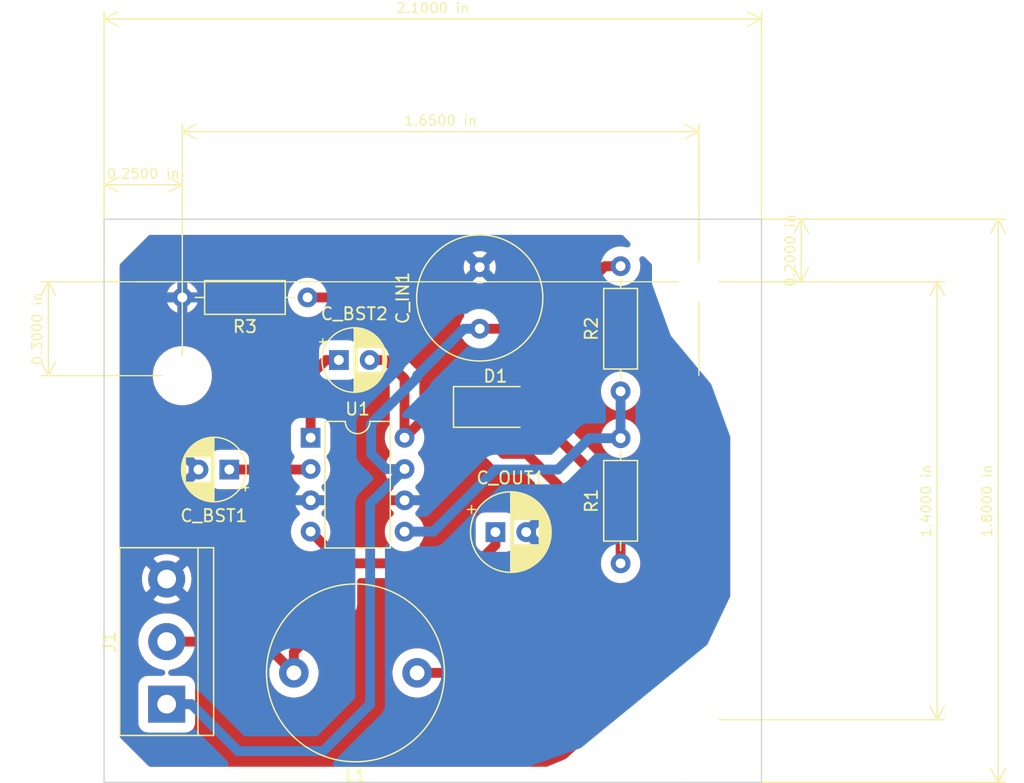
<source format=kicad_pcb>
(kicad_pcb (version 20171130) (host pcbnew 5.1.5+dfsg1-2build2)

  (general
    (thickness 1.6002)
    (drawings 15)
    (tracks 54)
    (zones 0)
    (modules 14)
    (nets 9)
  )

  (page A4)
  (title_block
    (rev 1)
  )

  (layers
    (0 Front signal hide)
    (31 Back signal hide)
    (34 B.Paste user hide)
    (35 F.Paste user hide)
    (36 B.SilkS user hide)
    (37 F.SilkS user)
    (38 B.Mask user hide)
    (39 F.Mask user hide)
    (44 Edge.Cuts user)
    (45 Margin user)
    (46 B.CrtYd user)
    (47 F.CrtYd user)
    (49 F.Fab user)
  )

  (setup
    (last_trace_width 0.25)
    (user_trace_width 0.1)
    (user_trace_width 0.2)
    (user_trace_width 0.5)
    (user_trace_width 0.8)
    (trace_clearance 0.25)
    (zone_clearance 0.8)
    (zone_45_only no)
    (trace_min 0.1)
    (via_size 0.8)
    (via_drill 0.4)
    (via_min_size 0.45)
    (via_min_drill 0.2)
    (user_via 0.45 0.2)
    (user_via 0.8 0.4)
    (uvia_size 0.8)
    (uvia_drill 0.4)
    (uvias_allowed no)
    (uvia_min_size 0.2)
    (uvia_min_drill 0.1)
    (edge_width 0.1)
    (segment_width 0.1)
    (pcb_text_width 0.3)
    (pcb_text_size 1.5 1.5)
    (mod_edge_width 0.1)
    (mod_text_size 0.8 0.8)
    (mod_text_width 0.1)
    (pad_size 1.524 1.524)
    (pad_drill 0.762)
    (pad_to_mask_clearance 0)
    (solder_mask_min_width 0.1)
    (aux_axis_origin 0 0)
    (visible_elements FFFFFF7F)
    (pcbplotparams
      (layerselection 0x010fc_ffffffff)
      (usegerberextensions false)
      (usegerberattributes false)
      (usegerberadvancedattributes false)
      (creategerberjobfile false)
      (excludeedgelayer true)
      (linewidth 0.152400)
      (plotframeref false)
      (viasonmask false)
      (mode 1)
      (useauxorigin false)
      (hpglpennumber 1)
      (hpglpenspeed 20)
      (hpglpendiameter 15.000000)
      (psnegative false)
      (psa4output false)
      (plotreference true)
      (plotvalue false)
      (plotinvisibletext false)
      (padsonsilk false)
      (subtractmaskfromsilk true)
      (outputformat 1)
      (mirror false)
      (drillshape 0)
      (scaleselection 1)
      (outputdirectory "./gerbers_for_aisler"))
  )

  (net 0 "")
  (net 1 GND)
  (net 2 "Net-(C_BST1-Pad1)")
  (net 3 "Net-(C_BST2-Pad2)")
  (net 4 "Net-(C_BST2-Pad1)")
  (net 5 Vdrive)
  (net 6 +12V)
  (net 7 "Net-(R1-Pad2)")
  (net 8 "Net-(R2-Pad2)")

  (net_class Default "This is the default net class."
    (clearance 0.25)
    (trace_width 0.25)
    (via_dia 0.8)
    (via_drill 0.4)
    (uvia_dia 0.8)
    (uvia_drill 0.4)
    (diff_pair_width 0.25)
    (diff_pair_gap 0.25)
  )

  (net_class Min ""
    (clearance 0.1)
    (trace_width 0.1)
    (via_dia 0.45)
    (via_drill 0.2)
    (uvia_dia 0.45)
    (uvia_drill 0.2)
    (diff_pair_width 0.12)
    (diff_pair_gap 0.12)
  )

  (net_class Thick ""
    (clearance 0.4)
    (trace_width 0.8)
    (via_dia 0.8)
    (via_drill 0.4)
    (uvia_dia 0.8)
    (uvia_drill 0.4)
    (diff_pair_width 0.4)
    (diff_pair_gap 0.4)
    (add_net +12V)
    (add_net GND)
    (add_net "Net-(C_BST1-Pad1)")
    (add_net "Net-(C_BST2-Pad1)")
    (add_net "Net-(C_BST2-Pad2)")
    (add_net "Net-(R1-Pad2)")
    (add_net "Net-(R2-Pad2)")
    (add_net Vdrive)
  )

  (module MountingHole:MountingHole_3.2mm_M3_DIN965 (layer Front) (tedit 56D1B4CB) (tstamp 614CD20E)
    (at 172.72 73.66)
    (descr "Mounting Hole 3.2mm, no annular, M3, DIN965")
    (tags "mounting hole 3.2mm no annular m3 din965")
    (attr virtual)
    (fp_text reference REF** (at 0 -3.8) (layer F.SilkS) hide
      (effects (font (size 1 1) (thickness 0.15)))
    )
    (fp_text value MountingHole_3.2mm_M3_DIN965 (at 0 3.8) (layer F.Fab)
      (effects (font (size 1 1) (thickness 0.15)))
    )
    (fp_circle (center 0 0) (end 3.05 0) (layer F.CrtYd) (width 0.05))
    (fp_circle (center 0 0) (end 2.8 0) (layer Cmts.User) (width 0.15))
    (fp_text user %R (at 0.3 0) (layer F.Fab)
      (effects (font (size 1 1) (thickness 0.15)))
    )
    (pad 1 np_thru_hole circle (at 0 0) (size 3.2 3.2) (drill 3.2) (layers *.Cu *.Mask))
  )

  (module MountingHole:MountingHole_3.2mm_M3_DIN965 (layer Front) (tedit 56D1B4CB) (tstamp 614CD1F8)
    (at 172.72 109.22)
    (descr "Mounting Hole 3.2mm, no annular, M3, DIN965")
    (tags "mounting hole 3.2mm no annular m3 din965")
    (attr virtual)
    (fp_text reference REF** (at 0 -3.8) (layer F.SilkS) hide
      (effects (font (size 1 1) (thickness 0.15)))
    )
    (fp_text value MountingHole_3.2mm_M3_DIN965 (at 0 3.8) (layer F.Fab)
      (effects (font (size 1 1) (thickness 0.15)))
    )
    (fp_circle (center 0 0) (end 3.05 0) (layer F.CrtYd) (width 0.05))
    (fp_circle (center 0 0) (end 2.8 0) (layer Cmts.User) (width 0.15))
    (fp_text user %R (at 0.3 0) (layer F.Fab)
      (effects (font (size 1 1) (thickness 0.15)))
    )
    (pad 1 np_thru_hole circle (at 0 0) (size 3.2 3.2) (drill 3.2) (layers *.Cu *.Mask))
  )

  (module MountingHole:MountingHole_3.2mm_M3_DIN965 (layer Front) (tedit 56D1B4CB) (tstamp 614CD163)
    (at 130.81 81.28)
    (descr "Mounting Hole 3.2mm, no annular, M3, DIN965")
    (tags "mounting hole 3.2mm no annular m3 din965")
    (attr virtual)
    (fp_text reference REF** (at 0 -3.8) (layer F.SilkS) hide
      (effects (font (size 1 1) (thickness 0.15)))
    )
    (fp_text value MountingHole_3.2mm_M3_DIN965 (at 0 3.8) (layer F.Fab)
      (effects (font (size 1 1) (thickness 0.15)))
    )
    (fp_circle (center 0 0) (end 3.05 0) (layer F.CrtYd) (width 0.05))
    (fp_circle (center 0 0) (end 2.8 0) (layer Cmts.User) (width 0.15))
    (fp_text user %R (at 0.3 0) (layer F.Fab)
      (effects (font (size 1 1) (thickness 0.15)))
    )
    (pad 1 np_thru_hole circle (at 0 0) (size 3.2 3.2) (drill 3.2) (layers *.Cu *.Mask))
  )

  (module TerminalBlock:TerminalBlock_bornier-3_P5.08mm (layer Front) (tedit 59FF03B9) (tstamp 614CB298)
    (at 129.54 107.95 90)
    (descr "simple 3-pin terminal block, pitch 5.08mm, revamped version of bornier3")
    (tags "terminal block bornier3")
    (path /614C9E12)
    (fp_text reference J1 (at 5.05 -4.65 90) (layer F.SilkS)
      (effects (font (size 1 1) (thickness 0.15)))
    )
    (fp_text value Screw_Terminal_01x03 (at 5.08 5.08 90) (layer F.Fab)
      (effects (font (size 1 1) (thickness 0.15)))
    )
    (fp_line (start 12.88 4) (end -2.72 4) (layer F.CrtYd) (width 0.05))
    (fp_line (start 12.88 4) (end 12.88 -4) (layer F.CrtYd) (width 0.05))
    (fp_line (start -2.72 -4) (end -2.72 4) (layer F.CrtYd) (width 0.05))
    (fp_line (start -2.72 -4) (end 12.88 -4) (layer F.CrtYd) (width 0.05))
    (fp_line (start -2.54 3.81) (end 12.7 3.81) (layer F.SilkS) (width 0.12))
    (fp_line (start -2.54 -3.81) (end 12.7 -3.81) (layer F.SilkS) (width 0.12))
    (fp_line (start -2.54 2.54) (end 12.7 2.54) (layer F.SilkS) (width 0.12))
    (fp_line (start 12.7 3.81) (end 12.7 -3.81) (layer F.SilkS) (width 0.12))
    (fp_line (start -2.54 3.81) (end -2.54 -3.81) (layer F.SilkS) (width 0.12))
    (fp_line (start -2.47 3.75) (end -2.47 -3.75) (layer F.Fab) (width 0.1))
    (fp_line (start 12.63 3.75) (end -2.47 3.75) (layer F.Fab) (width 0.1))
    (fp_line (start 12.63 -3.75) (end 12.63 3.75) (layer F.Fab) (width 0.1))
    (fp_line (start -2.47 -3.75) (end 12.63 -3.75) (layer F.Fab) (width 0.1))
    (fp_line (start -2.47 2.55) (end 12.63 2.55) (layer F.Fab) (width 0.1))
    (fp_text user %R (at 5.08 0 90) (layer F.Fab)
      (effects (font (size 1 1) (thickness 0.15)))
    )
    (pad 3 thru_hole circle (at 10.16 0 90) (size 3 3) (drill 1.52) (layers *.Cu *.Mask)
      (net 1 GND))
    (pad 2 thru_hole circle (at 5.08 0 90) (size 3 3) (drill 1.52) (layers *.Cu *.Mask)
      (net 6 +12V))
    (pad 1 thru_hole rect (at 0 0 90) (size 3 3) (drill 1.52) (layers *.Cu *.Mask)
      (net 5 Vdrive))
    (model ${KISYS3DMOD}/TerminalBlock.3dshapes/TerminalBlock_bornier-3_P5.08mm.wrl
      (offset (xyz 5.079999923706055 0 0))
      (scale (xyz 1 1 1))
      (rotate (xyz 0 0 0))
    )
  )

  (module Resistor_THT:R_Axial_DIN0207_L6.3mm_D2.5mm_P10.16mm_Horizontal (layer Front) (tedit 5AE5139B) (tstamp 614C91CF)
    (at 166.37 96.52 90)
    (descr "Resistor, Axial_DIN0207 series, Axial, Horizontal, pin pitch=10.16mm, 0.25W = 1/4W, length*diameter=6.3*2.5mm^2, http://cdn-reichelt.de/documents/datenblatt/B400/1_4W%23YAG.pdf")
    (tags "Resistor Axial_DIN0207 series Axial Horizontal pin pitch 10.16mm 0.25W = 1/4W length 6.3mm diameter 2.5mm")
    (path /612AC2BC)
    (fp_text reference R1 (at 5.08 -2.37 90) (layer F.SilkS)
      (effects (font (size 1 1) (thickness 0.15)))
    )
    (fp_text value 1M (at 5.08 2.37 90) (layer F.Fab)
      (effects (font (size 1 1) (thickness 0.15)))
    )
    (fp_text user %R (at 5.08 0 90) (layer F.Fab)
      (effects (font (size 1 1) (thickness 0.15)))
    )
    (fp_line (start 11.21 -1.5) (end -1.05 -1.5) (layer F.CrtYd) (width 0.05))
    (fp_line (start 11.21 1.5) (end 11.21 -1.5) (layer F.CrtYd) (width 0.05))
    (fp_line (start -1.05 1.5) (end 11.21 1.5) (layer F.CrtYd) (width 0.05))
    (fp_line (start -1.05 -1.5) (end -1.05 1.5) (layer F.CrtYd) (width 0.05))
    (fp_line (start 9.12 0) (end 8.35 0) (layer F.SilkS) (width 0.12))
    (fp_line (start 1.04 0) (end 1.81 0) (layer F.SilkS) (width 0.12))
    (fp_line (start 8.35 -1.37) (end 1.81 -1.37) (layer F.SilkS) (width 0.12))
    (fp_line (start 8.35 1.37) (end 8.35 -1.37) (layer F.SilkS) (width 0.12))
    (fp_line (start 1.81 1.37) (end 8.35 1.37) (layer F.SilkS) (width 0.12))
    (fp_line (start 1.81 -1.37) (end 1.81 1.37) (layer F.SilkS) (width 0.12))
    (fp_line (start 10.16 0) (end 8.23 0) (layer F.Fab) (width 0.1))
    (fp_line (start 0 0) (end 1.93 0) (layer F.Fab) (width 0.1))
    (fp_line (start 8.23 -1.25) (end 1.93 -1.25) (layer F.Fab) (width 0.1))
    (fp_line (start 8.23 1.25) (end 8.23 -1.25) (layer F.Fab) (width 0.1))
    (fp_line (start 1.93 1.25) (end 8.23 1.25) (layer F.Fab) (width 0.1))
    (fp_line (start 1.93 -1.25) (end 1.93 1.25) (layer F.Fab) (width 0.1))
    (pad 2 thru_hole oval (at 10.16 0 90) (size 1.6 1.6) (drill 0.8) (layers *.Cu *.Mask)
      (net 7 "Net-(R1-Pad2)"))
    (pad 1 thru_hole circle (at 0 0 90) (size 1.6 1.6) (drill 0.8) (layers *.Cu *.Mask)
      (net 5 Vdrive))
    (model ${KISYS3DMOD}/Resistor_THT.3dshapes/R_Axial_DIN0207_L6.3mm_D2.5mm_P10.16mm_Horizontal.wrl
      (at (xyz 0 0 0))
      (scale (xyz 1 1 1))
      (rotate (xyz 0 0 0))
    )
  )

  (module Package_DIP:DIP-8_W7.62mm (layer Front) (tedit 5A02E8C5) (tstamp 614C9219)
    (at 141.220225 86.32)
    (descr "8-lead though-hole mounted DIP package, row spacing 7.62 mm (300 mils)")
    (tags "THT DIP DIL PDIP 2.54mm 7.62mm 300mil")
    (path /6129E7CF)
    (fp_text reference U1 (at 3.81 -2.33) (layer F.SilkS)
      (effects (font (size 1 1) (thickness 0.15)))
    )
    (fp_text value MAX5035CUPA (at 3.81 9.95) (layer F.Fab)
      (effects (font (size 1 1) (thickness 0.15)))
    )
    (fp_text user %R (at 3.81 3.81) (layer F.Fab)
      (effects (font (size 1 1) (thickness 0.15)))
    )
    (fp_line (start 8.7 -1.55) (end -1.1 -1.55) (layer F.CrtYd) (width 0.05))
    (fp_line (start 8.7 9.15) (end 8.7 -1.55) (layer F.CrtYd) (width 0.05))
    (fp_line (start -1.1 9.15) (end 8.7 9.15) (layer F.CrtYd) (width 0.05))
    (fp_line (start -1.1 -1.55) (end -1.1 9.15) (layer F.CrtYd) (width 0.05))
    (fp_line (start 6.46 -1.33) (end 4.81 -1.33) (layer F.SilkS) (width 0.12))
    (fp_line (start 6.46 8.95) (end 6.46 -1.33) (layer F.SilkS) (width 0.12))
    (fp_line (start 1.16 8.95) (end 6.46 8.95) (layer F.SilkS) (width 0.12))
    (fp_line (start 1.16 -1.33) (end 1.16 8.95) (layer F.SilkS) (width 0.12))
    (fp_line (start 2.81 -1.33) (end 1.16 -1.33) (layer F.SilkS) (width 0.12))
    (fp_line (start 0.635 -0.27) (end 1.635 -1.27) (layer F.Fab) (width 0.1))
    (fp_line (start 0.635 8.89) (end 0.635 -0.27) (layer F.Fab) (width 0.1))
    (fp_line (start 6.985 8.89) (end 0.635 8.89) (layer F.Fab) (width 0.1))
    (fp_line (start 6.985 -1.27) (end 6.985 8.89) (layer F.Fab) (width 0.1))
    (fp_line (start 1.635 -1.27) (end 6.985 -1.27) (layer F.Fab) (width 0.1))
    (fp_arc (start 3.81 -1.33) (end 2.81 -1.33) (angle -180) (layer F.SilkS) (width 0.12))
    (pad 8 thru_hole oval (at 7.62 0) (size 1.6 1.6) (drill 0.8) (layers *.Cu *.Mask)
      (net 3 "Net-(C_BST2-Pad2)"))
    (pad 4 thru_hole oval (at 0 7.62) (size 1.6 1.6) (drill 0.8) (layers *.Cu *.Mask)
      (net 6 +12V))
    (pad 7 thru_hole oval (at 7.62 2.54) (size 1.6 1.6) (drill 0.8) (layers *.Cu *.Mask)
      (net 5 Vdrive))
    (pad 3 thru_hole oval (at 0 5.08) (size 1.6 1.6) (drill 0.8) (layers *.Cu *.Mask)
      (net 1 GND))
    (pad 6 thru_hole oval (at 7.62 5.08) (size 1.6 1.6) (drill 0.8) (layers *.Cu *.Mask)
      (net 1 GND))
    (pad 2 thru_hole oval (at 0 2.54) (size 1.6 1.6) (drill 0.8) (layers *.Cu *.Mask)
      (net 2 "Net-(C_BST1-Pad1)"))
    (pad 5 thru_hole oval (at 7.62 7.62) (size 1.6 1.6) (drill 0.8) (layers *.Cu *.Mask)
      (net 7 "Net-(R1-Pad2)"))
    (pad 1 thru_hole rect (at 0 0) (size 1.6 1.6) (drill 0.8) (layers *.Cu *.Mask)
      (net 4 "Net-(C_BST2-Pad1)"))
    (model ${KISYS3DMOD}/Package_DIP.3dshapes/DIP-8_W7.62mm.wrl
      (at (xyz 0 0 0))
      (scale (xyz 1 1 1))
      (rotate (xyz 0 0 0))
    )
  )

  (module Resistor_THT:R_Axial_DIN0207_L6.3mm_D2.5mm_P10.16mm_Horizontal (layer Front) (tedit 5AE5139B) (tstamp 614C91FD)
    (at 140.97 74.93 180)
    (descr "Resistor, Axial_DIN0207 series, Axial, Horizontal, pin pitch=10.16mm, 0.25W = 1/4W, length*diameter=6.3*2.5mm^2, http://cdn-reichelt.de/documents/datenblatt/B400/1_4W%23YAG.pdf")
    (tags "Resistor Axial_DIN0207 series Axial Horizontal pin pitch 10.16mm 0.25W = 1/4W length 6.3mm diameter 2.5mm")
    (path /612B09B7)
    (fp_text reference R3 (at 5.08 -2.37) (layer F.SilkS)
      (effects (font (size 1 1) (thickness 0.15)))
    )
    (fp_text value 47K (at 5.08 2.37) (layer F.Fab)
      (effects (font (size 1 1) (thickness 0.15)))
    )
    (fp_text user %R (at 5.08 0) (layer F.Fab)
      (effects (font (size 1 1) (thickness 0.15)))
    )
    (fp_line (start 11.21 -1.5) (end -1.05 -1.5) (layer F.CrtYd) (width 0.05))
    (fp_line (start 11.21 1.5) (end 11.21 -1.5) (layer F.CrtYd) (width 0.05))
    (fp_line (start -1.05 1.5) (end 11.21 1.5) (layer F.CrtYd) (width 0.05))
    (fp_line (start -1.05 -1.5) (end -1.05 1.5) (layer F.CrtYd) (width 0.05))
    (fp_line (start 9.12 0) (end 8.35 0) (layer F.SilkS) (width 0.12))
    (fp_line (start 1.04 0) (end 1.81 0) (layer F.SilkS) (width 0.12))
    (fp_line (start 8.35 -1.37) (end 1.81 -1.37) (layer F.SilkS) (width 0.12))
    (fp_line (start 8.35 1.37) (end 8.35 -1.37) (layer F.SilkS) (width 0.12))
    (fp_line (start 1.81 1.37) (end 8.35 1.37) (layer F.SilkS) (width 0.12))
    (fp_line (start 1.81 -1.37) (end 1.81 1.37) (layer F.SilkS) (width 0.12))
    (fp_line (start 10.16 0) (end 8.23 0) (layer F.Fab) (width 0.1))
    (fp_line (start 0 0) (end 1.93 0) (layer F.Fab) (width 0.1))
    (fp_line (start 8.23 -1.25) (end 1.93 -1.25) (layer F.Fab) (width 0.1))
    (fp_line (start 8.23 1.25) (end 8.23 -1.25) (layer F.Fab) (width 0.1))
    (fp_line (start 1.93 1.25) (end 8.23 1.25) (layer F.Fab) (width 0.1))
    (fp_line (start 1.93 -1.25) (end 1.93 1.25) (layer F.Fab) (width 0.1))
    (pad 2 thru_hole oval (at 10.16 0 180) (size 1.6 1.6) (drill 0.8) (layers *.Cu *.Mask)
      (net 1 GND))
    (pad 1 thru_hole circle (at 0 0 180) (size 1.6 1.6) (drill 0.8) (layers *.Cu *.Mask)
      (net 8 "Net-(R2-Pad2)"))
    (model ${KISYS3DMOD}/Resistor_THT.3dshapes/R_Axial_DIN0207_L6.3mm_D2.5mm_P10.16mm_Horizontal.wrl
      (at (xyz 0 0 0))
      (scale (xyz 1 1 1))
      (rotate (xyz 0 0 0))
    )
  )

  (module Resistor_THT:R_Axial_DIN0207_L6.3mm_D2.5mm_P10.16mm_Horizontal (layer Front) (tedit 5AE5139B) (tstamp 614C91E6)
    (at 166.37 82.55 90)
    (descr "Resistor, Axial_DIN0207 series, Axial, Horizontal, pin pitch=10.16mm, 0.25W = 1/4W, length*diameter=6.3*2.5mm^2, http://cdn-reichelt.de/documents/datenblatt/B400/1_4W%23YAG.pdf")
    (tags "Resistor Axial_DIN0207 series Axial Horizontal pin pitch 10.16mm 0.25W = 1/4W length 6.3mm diameter 2.5mm")
    (path /612B059D)
    (fp_text reference R2 (at 5.08 -2.37 90) (layer F.SilkS)
      (effects (font (size 1 1) (thickness 0.15)))
    )
    (fp_text value 100K (at 5.08 2.37 90) (layer F.Fab)
      (effects (font (size 1 1) (thickness 0.15)))
    )
    (fp_text user %R (at 5.08 0 90) (layer F.Fab)
      (effects (font (size 1 1) (thickness 0.15)))
    )
    (fp_line (start 11.21 -1.5) (end -1.05 -1.5) (layer F.CrtYd) (width 0.05))
    (fp_line (start 11.21 1.5) (end 11.21 -1.5) (layer F.CrtYd) (width 0.05))
    (fp_line (start -1.05 1.5) (end 11.21 1.5) (layer F.CrtYd) (width 0.05))
    (fp_line (start -1.05 -1.5) (end -1.05 1.5) (layer F.CrtYd) (width 0.05))
    (fp_line (start 9.12 0) (end 8.35 0) (layer F.SilkS) (width 0.12))
    (fp_line (start 1.04 0) (end 1.81 0) (layer F.SilkS) (width 0.12))
    (fp_line (start 8.35 -1.37) (end 1.81 -1.37) (layer F.SilkS) (width 0.12))
    (fp_line (start 8.35 1.37) (end 8.35 -1.37) (layer F.SilkS) (width 0.12))
    (fp_line (start 1.81 1.37) (end 8.35 1.37) (layer F.SilkS) (width 0.12))
    (fp_line (start 1.81 -1.37) (end 1.81 1.37) (layer F.SilkS) (width 0.12))
    (fp_line (start 10.16 0) (end 8.23 0) (layer F.Fab) (width 0.1))
    (fp_line (start 0 0) (end 1.93 0) (layer F.Fab) (width 0.1))
    (fp_line (start 8.23 -1.25) (end 1.93 -1.25) (layer F.Fab) (width 0.1))
    (fp_line (start 8.23 1.25) (end 8.23 -1.25) (layer F.Fab) (width 0.1))
    (fp_line (start 1.93 1.25) (end 8.23 1.25) (layer F.Fab) (width 0.1))
    (fp_line (start 1.93 -1.25) (end 1.93 1.25) (layer F.Fab) (width 0.1))
    (pad 2 thru_hole oval (at 10.16 0 90) (size 1.6 1.6) (drill 0.8) (layers *.Cu *.Mask)
      (net 8 "Net-(R2-Pad2)"))
    (pad 1 thru_hole circle (at 0 0 90) (size 1.6 1.6) (drill 0.8) (layers *.Cu *.Mask)
      (net 7 "Net-(R1-Pad2)"))
    (model ${KISYS3DMOD}/Resistor_THT.3dshapes/R_Axial_DIN0207_L6.3mm_D2.5mm_P10.16mm_Horizontal.wrl
      (at (xyz 0 0 0))
      (scale (xyz 1 1 1))
      (rotate (xyz 0 0 0))
    )
  )

  (module Inductor_THT:L_Radial_D14.2mm_P10.00mm_Neosid_SD14 (layer Front) (tedit 5AE59B06) (tstamp 614C91B8)
    (at 149.86 105.41 180)
    (descr "Inductor, Radial series, Radial, pin pitch=10.00mm, , diameter=14.2mm, Neosid, SD14, http://www.neosid.de/produktblaetter/neosid_Festinduktivitaet_Sd14.pdf")
    (tags "Inductor Radial series Radial pin pitch 10.00mm  diameter 14.2mm Neosid SD14")
    (path /612A229F)
    (fp_text reference L1 (at 5 -8.35) (layer F.SilkS)
      (effects (font (size 1 1) (thickness 0.15)))
    )
    (fp_text value 220µH (at 5 8.35) (layer F.Fab)
      (effects (font (size 1 1) (thickness 0.15)))
    )
    (fp_text user %R (at 5 0) (layer F.Fab)
      (effects (font (size 1 1) (thickness 0.15)))
    )
    (fp_circle (center 5 0) (end 12.35 0) (layer F.CrtYd) (width 0.05))
    (fp_circle (center 5 0) (end 12.22 0) (layer F.SilkS) (width 0.12))
    (fp_circle (center 5 0) (end 12.1 0) (layer F.Fab) (width 0.1))
    (pad 2 thru_hole circle (at 10 0 180) (size 2.4 2.4) (drill 1.2) (layers *.Cu *.Mask)
      (net 6 +12V))
    (pad 1 thru_hole circle (at 0 0 180) (size 2.4 2.4) (drill 1.2) (layers *.Cu *.Mask)
      (net 3 "Net-(C_BST2-Pad2)"))
    (model ${KISYS3DMOD}/Inductor_THT.3dshapes/L_Radial_D14.2mm_P10.00mm_Neosid_SD14.wrl
      (at (xyz 0 0 0))
      (scale (xyz 1 1 1))
      (rotate (xyz 0 0 0))
    )
  )

  (module Diode_SMD:D_SMA (layer Front) (tedit 586432E5) (tstamp 614C91AE)
    (at 156.21 83.82)
    (descr "Diode SMA (DO-214AC)")
    (tags "Diode SMA (DO-214AC)")
    (path /612A1207)
    (attr smd)
    (fp_text reference D1 (at 0 -2.5) (layer F.SilkS)
      (effects (font (size 1 1) (thickness 0.15)))
    )
    (fp_text value "MBRA 340T3G ONS" (at 0 2.6) (layer F.Fab)
      (effects (font (size 1 1) (thickness 0.15)))
    )
    (fp_line (start -3.4 -1.65) (end 2 -1.65) (layer F.SilkS) (width 0.12))
    (fp_line (start -3.4 1.65) (end 2 1.65) (layer F.SilkS) (width 0.12))
    (fp_line (start -0.64944 0.00102) (end 0.50118 -0.79908) (layer F.Fab) (width 0.1))
    (fp_line (start -0.64944 0.00102) (end 0.50118 0.75032) (layer F.Fab) (width 0.1))
    (fp_line (start 0.50118 0.75032) (end 0.50118 -0.79908) (layer F.Fab) (width 0.1))
    (fp_line (start -0.64944 -0.79908) (end -0.64944 0.80112) (layer F.Fab) (width 0.1))
    (fp_line (start 0.50118 0.00102) (end 1.4994 0.00102) (layer F.Fab) (width 0.1))
    (fp_line (start -0.64944 0.00102) (end -1.55114 0.00102) (layer F.Fab) (width 0.1))
    (fp_line (start -3.5 1.75) (end -3.5 -1.75) (layer F.CrtYd) (width 0.05))
    (fp_line (start 3.5 1.75) (end -3.5 1.75) (layer F.CrtYd) (width 0.05))
    (fp_line (start 3.5 -1.75) (end 3.5 1.75) (layer F.CrtYd) (width 0.05))
    (fp_line (start -3.5 -1.75) (end 3.5 -1.75) (layer F.CrtYd) (width 0.05))
    (fp_line (start 2.3 -1.5) (end -2.3 -1.5) (layer F.Fab) (width 0.1))
    (fp_line (start 2.3 -1.5) (end 2.3 1.5) (layer F.Fab) (width 0.1))
    (fp_line (start -2.3 1.5) (end -2.3 -1.5) (layer F.Fab) (width 0.1))
    (fp_line (start 2.3 1.5) (end -2.3 1.5) (layer F.Fab) (width 0.1))
    (fp_line (start -3.4 -1.65) (end -3.4 1.65) (layer F.SilkS) (width 0.12))
    (fp_text user %R (at 0 -2.5) (layer F.Fab)
      (effects (font (size 1 1) (thickness 0.15)))
    )
    (pad 2 smd rect (at 2 0) (size 2.5 1.8) (layers Front F.Paste F.Mask)
      (net 1 GND))
    (pad 1 smd rect (at -2 0) (size 2.5 1.8) (layers Front F.Paste F.Mask)
      (net 3 "Net-(C_BST2-Pad2)"))
    (model ${KISYS3DMOD}/Diode_SMD.3dshapes/D_SMA.wrl
      (at (xyz 0 0 0))
      (scale (xyz 1 1 1))
      (rotate (xyz 0 0 0))
    )
  )

  (module Capacitor_THT:CP_Radial_D6.3mm_P2.50mm (layer Front) (tedit 5AE50EF0) (tstamp 614C9196)
    (at 156.21 93.98)
    (descr "CP, Radial series, Radial, pin pitch=2.50mm, , diameter=6.3mm, Electrolytic Capacitor")
    (tags "CP Radial series Radial pin pitch 2.50mm  diameter 6.3mm Electrolytic Capacitor")
    (path /612A4BBA)
    (fp_text reference C_OUT1 (at 1.25 -4.4) (layer F.SilkS)
      (effects (font (size 1 1) (thickness 0.15)))
    )
    (fp_text value "15µF Tantal" (at 1.25 4.4) (layer F.Fab)
      (effects (font (size 1 1) (thickness 0.15)))
    )
    (fp_text user %R (at 1.25 0) (layer F.Fab)
      (effects (font (size 1 1) (thickness 0.15)))
    )
    (fp_line (start -1.935241 -2.154) (end -1.935241 -1.524) (layer F.SilkS) (width 0.12))
    (fp_line (start -2.250241 -1.839) (end -1.620241 -1.839) (layer F.SilkS) (width 0.12))
    (fp_line (start 4.491 -0.402) (end 4.491 0.402) (layer F.SilkS) (width 0.12))
    (fp_line (start 4.451 -0.633) (end 4.451 0.633) (layer F.SilkS) (width 0.12))
    (fp_line (start 4.411 -0.802) (end 4.411 0.802) (layer F.SilkS) (width 0.12))
    (fp_line (start 4.371 -0.94) (end 4.371 0.94) (layer F.SilkS) (width 0.12))
    (fp_line (start 4.331 -1.059) (end 4.331 1.059) (layer F.SilkS) (width 0.12))
    (fp_line (start 4.291 -1.165) (end 4.291 1.165) (layer F.SilkS) (width 0.12))
    (fp_line (start 4.251 -1.262) (end 4.251 1.262) (layer F.SilkS) (width 0.12))
    (fp_line (start 4.211 -1.35) (end 4.211 1.35) (layer F.SilkS) (width 0.12))
    (fp_line (start 4.171 -1.432) (end 4.171 1.432) (layer F.SilkS) (width 0.12))
    (fp_line (start 4.131 -1.509) (end 4.131 1.509) (layer F.SilkS) (width 0.12))
    (fp_line (start 4.091 -1.581) (end 4.091 1.581) (layer F.SilkS) (width 0.12))
    (fp_line (start 4.051 -1.65) (end 4.051 1.65) (layer F.SilkS) (width 0.12))
    (fp_line (start 4.011 -1.714) (end 4.011 1.714) (layer F.SilkS) (width 0.12))
    (fp_line (start 3.971 -1.776) (end 3.971 1.776) (layer F.SilkS) (width 0.12))
    (fp_line (start 3.931 -1.834) (end 3.931 1.834) (layer F.SilkS) (width 0.12))
    (fp_line (start 3.891 -1.89) (end 3.891 1.89) (layer F.SilkS) (width 0.12))
    (fp_line (start 3.851 -1.944) (end 3.851 1.944) (layer F.SilkS) (width 0.12))
    (fp_line (start 3.811 -1.995) (end 3.811 1.995) (layer F.SilkS) (width 0.12))
    (fp_line (start 3.771 -2.044) (end 3.771 2.044) (layer F.SilkS) (width 0.12))
    (fp_line (start 3.731 -2.092) (end 3.731 2.092) (layer F.SilkS) (width 0.12))
    (fp_line (start 3.691 -2.137) (end 3.691 2.137) (layer F.SilkS) (width 0.12))
    (fp_line (start 3.651 -2.182) (end 3.651 2.182) (layer F.SilkS) (width 0.12))
    (fp_line (start 3.611 -2.224) (end 3.611 2.224) (layer F.SilkS) (width 0.12))
    (fp_line (start 3.571 -2.265) (end 3.571 2.265) (layer F.SilkS) (width 0.12))
    (fp_line (start 3.531 1.04) (end 3.531 2.305) (layer F.SilkS) (width 0.12))
    (fp_line (start 3.531 -2.305) (end 3.531 -1.04) (layer F.SilkS) (width 0.12))
    (fp_line (start 3.491 1.04) (end 3.491 2.343) (layer F.SilkS) (width 0.12))
    (fp_line (start 3.491 -2.343) (end 3.491 -1.04) (layer F.SilkS) (width 0.12))
    (fp_line (start 3.451 1.04) (end 3.451 2.38) (layer F.SilkS) (width 0.12))
    (fp_line (start 3.451 -2.38) (end 3.451 -1.04) (layer F.SilkS) (width 0.12))
    (fp_line (start 3.411 1.04) (end 3.411 2.416) (layer F.SilkS) (width 0.12))
    (fp_line (start 3.411 -2.416) (end 3.411 -1.04) (layer F.SilkS) (width 0.12))
    (fp_line (start 3.371 1.04) (end 3.371 2.45) (layer F.SilkS) (width 0.12))
    (fp_line (start 3.371 -2.45) (end 3.371 -1.04) (layer F.SilkS) (width 0.12))
    (fp_line (start 3.331 1.04) (end 3.331 2.484) (layer F.SilkS) (width 0.12))
    (fp_line (start 3.331 -2.484) (end 3.331 -1.04) (layer F.SilkS) (width 0.12))
    (fp_line (start 3.291 1.04) (end 3.291 2.516) (layer F.SilkS) (width 0.12))
    (fp_line (start 3.291 -2.516) (end 3.291 -1.04) (layer F.SilkS) (width 0.12))
    (fp_line (start 3.251 1.04) (end 3.251 2.548) (layer F.SilkS) (width 0.12))
    (fp_line (start 3.251 -2.548) (end 3.251 -1.04) (layer F.SilkS) (width 0.12))
    (fp_line (start 3.211 1.04) (end 3.211 2.578) (layer F.SilkS) (width 0.12))
    (fp_line (start 3.211 -2.578) (end 3.211 -1.04) (layer F.SilkS) (width 0.12))
    (fp_line (start 3.171 1.04) (end 3.171 2.607) (layer F.SilkS) (width 0.12))
    (fp_line (start 3.171 -2.607) (end 3.171 -1.04) (layer F.SilkS) (width 0.12))
    (fp_line (start 3.131 1.04) (end 3.131 2.636) (layer F.SilkS) (width 0.12))
    (fp_line (start 3.131 -2.636) (end 3.131 -1.04) (layer F.SilkS) (width 0.12))
    (fp_line (start 3.091 1.04) (end 3.091 2.664) (layer F.SilkS) (width 0.12))
    (fp_line (start 3.091 -2.664) (end 3.091 -1.04) (layer F.SilkS) (width 0.12))
    (fp_line (start 3.051 1.04) (end 3.051 2.69) (layer F.SilkS) (width 0.12))
    (fp_line (start 3.051 -2.69) (end 3.051 -1.04) (layer F.SilkS) (width 0.12))
    (fp_line (start 3.011 1.04) (end 3.011 2.716) (layer F.SilkS) (width 0.12))
    (fp_line (start 3.011 -2.716) (end 3.011 -1.04) (layer F.SilkS) (width 0.12))
    (fp_line (start 2.971 1.04) (end 2.971 2.742) (layer F.SilkS) (width 0.12))
    (fp_line (start 2.971 -2.742) (end 2.971 -1.04) (layer F.SilkS) (width 0.12))
    (fp_line (start 2.931 1.04) (end 2.931 2.766) (layer F.SilkS) (width 0.12))
    (fp_line (start 2.931 -2.766) (end 2.931 -1.04) (layer F.SilkS) (width 0.12))
    (fp_line (start 2.891 1.04) (end 2.891 2.79) (layer F.SilkS) (width 0.12))
    (fp_line (start 2.891 -2.79) (end 2.891 -1.04) (layer F.SilkS) (width 0.12))
    (fp_line (start 2.851 1.04) (end 2.851 2.812) (layer F.SilkS) (width 0.12))
    (fp_line (start 2.851 -2.812) (end 2.851 -1.04) (layer F.SilkS) (width 0.12))
    (fp_line (start 2.811 1.04) (end 2.811 2.834) (layer F.SilkS) (width 0.12))
    (fp_line (start 2.811 -2.834) (end 2.811 -1.04) (layer F.SilkS) (width 0.12))
    (fp_line (start 2.771 1.04) (end 2.771 2.856) (layer F.SilkS) (width 0.12))
    (fp_line (start 2.771 -2.856) (end 2.771 -1.04) (layer F.SilkS) (width 0.12))
    (fp_line (start 2.731 1.04) (end 2.731 2.876) (layer F.SilkS) (width 0.12))
    (fp_line (start 2.731 -2.876) (end 2.731 -1.04) (layer F.SilkS) (width 0.12))
    (fp_line (start 2.691 1.04) (end 2.691 2.896) (layer F.SilkS) (width 0.12))
    (fp_line (start 2.691 -2.896) (end 2.691 -1.04) (layer F.SilkS) (width 0.12))
    (fp_line (start 2.651 1.04) (end 2.651 2.916) (layer F.SilkS) (width 0.12))
    (fp_line (start 2.651 -2.916) (end 2.651 -1.04) (layer F.SilkS) (width 0.12))
    (fp_line (start 2.611 1.04) (end 2.611 2.934) (layer F.SilkS) (width 0.12))
    (fp_line (start 2.611 -2.934) (end 2.611 -1.04) (layer F.SilkS) (width 0.12))
    (fp_line (start 2.571 1.04) (end 2.571 2.952) (layer F.SilkS) (width 0.12))
    (fp_line (start 2.571 -2.952) (end 2.571 -1.04) (layer F.SilkS) (width 0.12))
    (fp_line (start 2.531 1.04) (end 2.531 2.97) (layer F.SilkS) (width 0.12))
    (fp_line (start 2.531 -2.97) (end 2.531 -1.04) (layer F.SilkS) (width 0.12))
    (fp_line (start 2.491 1.04) (end 2.491 2.986) (layer F.SilkS) (width 0.12))
    (fp_line (start 2.491 -2.986) (end 2.491 -1.04) (layer F.SilkS) (width 0.12))
    (fp_line (start 2.451 1.04) (end 2.451 3.002) (layer F.SilkS) (width 0.12))
    (fp_line (start 2.451 -3.002) (end 2.451 -1.04) (layer F.SilkS) (width 0.12))
    (fp_line (start 2.411 1.04) (end 2.411 3.018) (layer F.SilkS) (width 0.12))
    (fp_line (start 2.411 -3.018) (end 2.411 -1.04) (layer F.SilkS) (width 0.12))
    (fp_line (start 2.371 1.04) (end 2.371 3.033) (layer F.SilkS) (width 0.12))
    (fp_line (start 2.371 -3.033) (end 2.371 -1.04) (layer F.SilkS) (width 0.12))
    (fp_line (start 2.331 1.04) (end 2.331 3.047) (layer F.SilkS) (width 0.12))
    (fp_line (start 2.331 -3.047) (end 2.331 -1.04) (layer F.SilkS) (width 0.12))
    (fp_line (start 2.291 1.04) (end 2.291 3.061) (layer F.SilkS) (width 0.12))
    (fp_line (start 2.291 -3.061) (end 2.291 -1.04) (layer F.SilkS) (width 0.12))
    (fp_line (start 2.251 1.04) (end 2.251 3.074) (layer F.SilkS) (width 0.12))
    (fp_line (start 2.251 -3.074) (end 2.251 -1.04) (layer F.SilkS) (width 0.12))
    (fp_line (start 2.211 1.04) (end 2.211 3.086) (layer F.SilkS) (width 0.12))
    (fp_line (start 2.211 -3.086) (end 2.211 -1.04) (layer F.SilkS) (width 0.12))
    (fp_line (start 2.171 1.04) (end 2.171 3.098) (layer F.SilkS) (width 0.12))
    (fp_line (start 2.171 -3.098) (end 2.171 -1.04) (layer F.SilkS) (width 0.12))
    (fp_line (start 2.131 1.04) (end 2.131 3.11) (layer F.SilkS) (width 0.12))
    (fp_line (start 2.131 -3.11) (end 2.131 -1.04) (layer F.SilkS) (width 0.12))
    (fp_line (start 2.091 1.04) (end 2.091 3.121) (layer F.SilkS) (width 0.12))
    (fp_line (start 2.091 -3.121) (end 2.091 -1.04) (layer F.SilkS) (width 0.12))
    (fp_line (start 2.051 1.04) (end 2.051 3.131) (layer F.SilkS) (width 0.12))
    (fp_line (start 2.051 -3.131) (end 2.051 -1.04) (layer F.SilkS) (width 0.12))
    (fp_line (start 2.011 1.04) (end 2.011 3.141) (layer F.SilkS) (width 0.12))
    (fp_line (start 2.011 -3.141) (end 2.011 -1.04) (layer F.SilkS) (width 0.12))
    (fp_line (start 1.971 1.04) (end 1.971 3.15) (layer F.SilkS) (width 0.12))
    (fp_line (start 1.971 -3.15) (end 1.971 -1.04) (layer F.SilkS) (width 0.12))
    (fp_line (start 1.93 1.04) (end 1.93 3.159) (layer F.SilkS) (width 0.12))
    (fp_line (start 1.93 -3.159) (end 1.93 -1.04) (layer F.SilkS) (width 0.12))
    (fp_line (start 1.89 1.04) (end 1.89 3.167) (layer F.SilkS) (width 0.12))
    (fp_line (start 1.89 -3.167) (end 1.89 -1.04) (layer F.SilkS) (width 0.12))
    (fp_line (start 1.85 1.04) (end 1.85 3.175) (layer F.SilkS) (width 0.12))
    (fp_line (start 1.85 -3.175) (end 1.85 -1.04) (layer F.SilkS) (width 0.12))
    (fp_line (start 1.81 1.04) (end 1.81 3.182) (layer F.SilkS) (width 0.12))
    (fp_line (start 1.81 -3.182) (end 1.81 -1.04) (layer F.SilkS) (width 0.12))
    (fp_line (start 1.77 1.04) (end 1.77 3.189) (layer F.SilkS) (width 0.12))
    (fp_line (start 1.77 -3.189) (end 1.77 -1.04) (layer F.SilkS) (width 0.12))
    (fp_line (start 1.73 1.04) (end 1.73 3.195) (layer F.SilkS) (width 0.12))
    (fp_line (start 1.73 -3.195) (end 1.73 -1.04) (layer F.SilkS) (width 0.12))
    (fp_line (start 1.69 1.04) (end 1.69 3.201) (layer F.SilkS) (width 0.12))
    (fp_line (start 1.69 -3.201) (end 1.69 -1.04) (layer F.SilkS) (width 0.12))
    (fp_line (start 1.65 1.04) (end 1.65 3.206) (layer F.SilkS) (width 0.12))
    (fp_line (start 1.65 -3.206) (end 1.65 -1.04) (layer F.SilkS) (width 0.12))
    (fp_line (start 1.61 1.04) (end 1.61 3.211) (layer F.SilkS) (width 0.12))
    (fp_line (start 1.61 -3.211) (end 1.61 -1.04) (layer F.SilkS) (width 0.12))
    (fp_line (start 1.57 1.04) (end 1.57 3.215) (layer F.SilkS) (width 0.12))
    (fp_line (start 1.57 -3.215) (end 1.57 -1.04) (layer F.SilkS) (width 0.12))
    (fp_line (start 1.53 1.04) (end 1.53 3.218) (layer F.SilkS) (width 0.12))
    (fp_line (start 1.53 -3.218) (end 1.53 -1.04) (layer F.SilkS) (width 0.12))
    (fp_line (start 1.49 1.04) (end 1.49 3.222) (layer F.SilkS) (width 0.12))
    (fp_line (start 1.49 -3.222) (end 1.49 -1.04) (layer F.SilkS) (width 0.12))
    (fp_line (start 1.45 -3.224) (end 1.45 3.224) (layer F.SilkS) (width 0.12))
    (fp_line (start 1.41 -3.227) (end 1.41 3.227) (layer F.SilkS) (width 0.12))
    (fp_line (start 1.37 -3.228) (end 1.37 3.228) (layer F.SilkS) (width 0.12))
    (fp_line (start 1.33 -3.23) (end 1.33 3.23) (layer F.SilkS) (width 0.12))
    (fp_line (start 1.29 -3.23) (end 1.29 3.23) (layer F.SilkS) (width 0.12))
    (fp_line (start 1.25 -3.23) (end 1.25 3.23) (layer F.SilkS) (width 0.12))
    (fp_line (start -1.128972 -1.6885) (end -1.128972 -1.0585) (layer F.Fab) (width 0.1))
    (fp_line (start -1.443972 -1.3735) (end -0.813972 -1.3735) (layer F.Fab) (width 0.1))
    (fp_circle (center 1.25 0) (end 4.65 0) (layer F.CrtYd) (width 0.05))
    (fp_circle (center 1.25 0) (end 4.52 0) (layer F.SilkS) (width 0.12))
    (fp_circle (center 1.25 0) (end 4.4 0) (layer F.Fab) (width 0.1))
    (pad 2 thru_hole circle (at 2.5 0) (size 1.6 1.6) (drill 0.8) (layers *.Cu *.Mask)
      (net 1 GND))
    (pad 1 thru_hole rect (at 0 0) (size 1.6 1.6) (drill 0.8) (layers *.Cu *.Mask)
      (net 6 +12V))
    (model ${KISYS3DMOD}/Capacitor_THT.3dshapes/CP_Radial_D6.3mm_P2.50mm.wrl
      (at (xyz 0 0 0))
      (scale (xyz 1 1 1))
      (rotate (xyz 0 0 0))
    )
  )

  (module Capacitor_THT:C_Radial_D10.0mm_H16.0mm_P5.00mm (layer Front) (tedit 5BC5C9BA) (tstamp 614C9102)
    (at 154.94 77.47 90)
    (descr "C, Radial series, Radial, pin pitch=5.00mm, diameter=10mm, height=16mm, Non-Polar Electrolytic Capacitor")
    (tags "C Radial series Radial pin pitch 5.00mm diameter 10mm height 16mm Non-Polar Electrolytic Capacitor")
    (path /612B13EA)
    (fp_text reference C_IN1 (at 2.5 -6.25 90) (layer F.SilkS)
      (effects (font (size 1 1) (thickness 0.15)))
    )
    (fp_text value "220µF ELKO" (at 2.5 6.25 90) (layer F.Fab)
      (effects (font (size 1 1) (thickness 0.15)))
    )
    (fp_text user %R (at 2.5 0 90) (layer F.Fab)
      (effects (font (size 1 1) (thickness 0.15)))
    )
    (fp_circle (center 2.5 0) (end 7.75 0) (layer F.CrtYd) (width 0.05))
    (fp_circle (center 2.5 0) (end 7.62 0) (layer F.SilkS) (width 0.12))
    (fp_circle (center 2.5 0) (end 7.5 0) (layer F.Fab) (width 0.1))
    (pad 2 thru_hole circle (at 5 0 90) (size 1.6 1.6) (drill 0.8) (layers *.Cu *.Mask)
      (net 1 GND))
    (pad 1 thru_hole circle (at 0 0 90) (size 1.6 1.6) (drill 0.8) (layers *.Cu *.Mask)
      (net 5 Vdrive))
    (model ${KISYS3DMOD}/Capacitor_THT.3dshapes/C_Radial_D10.0mm_H16.0mm_P5.00mm.wrl
      (at (xyz 0 0 0))
      (scale (xyz 1 1 1))
      (rotate (xyz 0 0 0))
    )
  )

  (module Capacitor_THT:CP_Radial_D5.0mm_P2.50mm (layer Front) (tedit 5AE50EF0) (tstamp 614C90F8)
    (at 143.51 80.01)
    (descr "CP, Radial series, Radial, pin pitch=2.50mm, , diameter=5mm, Electrolytic Capacitor")
    (tags "CP Radial series Radial pin pitch 2.50mm  diameter 5mm Electrolytic Capacitor")
    (path /6129F3DD)
    (fp_text reference C_BST2 (at 1.25 -3.75) (layer F.SilkS)
      (effects (font (size 1 1) (thickness 0.15)))
    )
    (fp_text value " 0.1µF Tantal" (at 1.25 3.75) (layer F.Fab)
      (effects (font (size 1 1) (thickness 0.15)))
    )
    (fp_text user %R (at 1.25 0) (layer F.Fab)
      (effects (font (size 1 1) (thickness 0.15)))
    )
    (fp_line (start -1.304775 -1.725) (end -1.304775 -1.225) (layer F.SilkS) (width 0.12))
    (fp_line (start -1.554775 -1.475) (end -1.054775 -1.475) (layer F.SilkS) (width 0.12))
    (fp_line (start 3.851 -0.284) (end 3.851 0.284) (layer F.SilkS) (width 0.12))
    (fp_line (start 3.811 -0.518) (end 3.811 0.518) (layer F.SilkS) (width 0.12))
    (fp_line (start 3.771 -0.677) (end 3.771 0.677) (layer F.SilkS) (width 0.12))
    (fp_line (start 3.731 -0.805) (end 3.731 0.805) (layer F.SilkS) (width 0.12))
    (fp_line (start 3.691 -0.915) (end 3.691 0.915) (layer F.SilkS) (width 0.12))
    (fp_line (start 3.651 -1.011) (end 3.651 1.011) (layer F.SilkS) (width 0.12))
    (fp_line (start 3.611 -1.098) (end 3.611 1.098) (layer F.SilkS) (width 0.12))
    (fp_line (start 3.571 -1.178) (end 3.571 1.178) (layer F.SilkS) (width 0.12))
    (fp_line (start 3.531 1.04) (end 3.531 1.251) (layer F.SilkS) (width 0.12))
    (fp_line (start 3.531 -1.251) (end 3.531 -1.04) (layer F.SilkS) (width 0.12))
    (fp_line (start 3.491 1.04) (end 3.491 1.319) (layer F.SilkS) (width 0.12))
    (fp_line (start 3.491 -1.319) (end 3.491 -1.04) (layer F.SilkS) (width 0.12))
    (fp_line (start 3.451 1.04) (end 3.451 1.383) (layer F.SilkS) (width 0.12))
    (fp_line (start 3.451 -1.383) (end 3.451 -1.04) (layer F.SilkS) (width 0.12))
    (fp_line (start 3.411 1.04) (end 3.411 1.443) (layer F.SilkS) (width 0.12))
    (fp_line (start 3.411 -1.443) (end 3.411 -1.04) (layer F.SilkS) (width 0.12))
    (fp_line (start 3.371 1.04) (end 3.371 1.5) (layer F.SilkS) (width 0.12))
    (fp_line (start 3.371 -1.5) (end 3.371 -1.04) (layer F.SilkS) (width 0.12))
    (fp_line (start 3.331 1.04) (end 3.331 1.554) (layer F.SilkS) (width 0.12))
    (fp_line (start 3.331 -1.554) (end 3.331 -1.04) (layer F.SilkS) (width 0.12))
    (fp_line (start 3.291 1.04) (end 3.291 1.605) (layer F.SilkS) (width 0.12))
    (fp_line (start 3.291 -1.605) (end 3.291 -1.04) (layer F.SilkS) (width 0.12))
    (fp_line (start 3.251 1.04) (end 3.251 1.653) (layer F.SilkS) (width 0.12))
    (fp_line (start 3.251 -1.653) (end 3.251 -1.04) (layer F.SilkS) (width 0.12))
    (fp_line (start 3.211 1.04) (end 3.211 1.699) (layer F.SilkS) (width 0.12))
    (fp_line (start 3.211 -1.699) (end 3.211 -1.04) (layer F.SilkS) (width 0.12))
    (fp_line (start 3.171 1.04) (end 3.171 1.743) (layer F.SilkS) (width 0.12))
    (fp_line (start 3.171 -1.743) (end 3.171 -1.04) (layer F.SilkS) (width 0.12))
    (fp_line (start 3.131 1.04) (end 3.131 1.785) (layer F.SilkS) (width 0.12))
    (fp_line (start 3.131 -1.785) (end 3.131 -1.04) (layer F.SilkS) (width 0.12))
    (fp_line (start 3.091 1.04) (end 3.091 1.826) (layer F.SilkS) (width 0.12))
    (fp_line (start 3.091 -1.826) (end 3.091 -1.04) (layer F.SilkS) (width 0.12))
    (fp_line (start 3.051 1.04) (end 3.051 1.864) (layer F.SilkS) (width 0.12))
    (fp_line (start 3.051 -1.864) (end 3.051 -1.04) (layer F.SilkS) (width 0.12))
    (fp_line (start 3.011 1.04) (end 3.011 1.901) (layer F.SilkS) (width 0.12))
    (fp_line (start 3.011 -1.901) (end 3.011 -1.04) (layer F.SilkS) (width 0.12))
    (fp_line (start 2.971 1.04) (end 2.971 1.937) (layer F.SilkS) (width 0.12))
    (fp_line (start 2.971 -1.937) (end 2.971 -1.04) (layer F.SilkS) (width 0.12))
    (fp_line (start 2.931 1.04) (end 2.931 1.971) (layer F.SilkS) (width 0.12))
    (fp_line (start 2.931 -1.971) (end 2.931 -1.04) (layer F.SilkS) (width 0.12))
    (fp_line (start 2.891 1.04) (end 2.891 2.004) (layer F.SilkS) (width 0.12))
    (fp_line (start 2.891 -2.004) (end 2.891 -1.04) (layer F.SilkS) (width 0.12))
    (fp_line (start 2.851 1.04) (end 2.851 2.035) (layer F.SilkS) (width 0.12))
    (fp_line (start 2.851 -2.035) (end 2.851 -1.04) (layer F.SilkS) (width 0.12))
    (fp_line (start 2.811 1.04) (end 2.811 2.065) (layer F.SilkS) (width 0.12))
    (fp_line (start 2.811 -2.065) (end 2.811 -1.04) (layer F.SilkS) (width 0.12))
    (fp_line (start 2.771 1.04) (end 2.771 2.095) (layer F.SilkS) (width 0.12))
    (fp_line (start 2.771 -2.095) (end 2.771 -1.04) (layer F.SilkS) (width 0.12))
    (fp_line (start 2.731 1.04) (end 2.731 2.122) (layer F.SilkS) (width 0.12))
    (fp_line (start 2.731 -2.122) (end 2.731 -1.04) (layer F.SilkS) (width 0.12))
    (fp_line (start 2.691 1.04) (end 2.691 2.149) (layer F.SilkS) (width 0.12))
    (fp_line (start 2.691 -2.149) (end 2.691 -1.04) (layer F.SilkS) (width 0.12))
    (fp_line (start 2.651 1.04) (end 2.651 2.175) (layer F.SilkS) (width 0.12))
    (fp_line (start 2.651 -2.175) (end 2.651 -1.04) (layer F.SilkS) (width 0.12))
    (fp_line (start 2.611 1.04) (end 2.611 2.2) (layer F.SilkS) (width 0.12))
    (fp_line (start 2.611 -2.2) (end 2.611 -1.04) (layer F.SilkS) (width 0.12))
    (fp_line (start 2.571 1.04) (end 2.571 2.224) (layer F.SilkS) (width 0.12))
    (fp_line (start 2.571 -2.224) (end 2.571 -1.04) (layer F.SilkS) (width 0.12))
    (fp_line (start 2.531 1.04) (end 2.531 2.247) (layer F.SilkS) (width 0.12))
    (fp_line (start 2.531 -2.247) (end 2.531 -1.04) (layer F.SilkS) (width 0.12))
    (fp_line (start 2.491 1.04) (end 2.491 2.268) (layer F.SilkS) (width 0.12))
    (fp_line (start 2.491 -2.268) (end 2.491 -1.04) (layer F.SilkS) (width 0.12))
    (fp_line (start 2.451 1.04) (end 2.451 2.29) (layer F.SilkS) (width 0.12))
    (fp_line (start 2.451 -2.29) (end 2.451 -1.04) (layer F.SilkS) (width 0.12))
    (fp_line (start 2.411 1.04) (end 2.411 2.31) (layer F.SilkS) (width 0.12))
    (fp_line (start 2.411 -2.31) (end 2.411 -1.04) (layer F.SilkS) (width 0.12))
    (fp_line (start 2.371 1.04) (end 2.371 2.329) (layer F.SilkS) (width 0.12))
    (fp_line (start 2.371 -2.329) (end 2.371 -1.04) (layer F.SilkS) (width 0.12))
    (fp_line (start 2.331 1.04) (end 2.331 2.348) (layer F.SilkS) (width 0.12))
    (fp_line (start 2.331 -2.348) (end 2.331 -1.04) (layer F.SilkS) (width 0.12))
    (fp_line (start 2.291 1.04) (end 2.291 2.365) (layer F.SilkS) (width 0.12))
    (fp_line (start 2.291 -2.365) (end 2.291 -1.04) (layer F.SilkS) (width 0.12))
    (fp_line (start 2.251 1.04) (end 2.251 2.382) (layer F.SilkS) (width 0.12))
    (fp_line (start 2.251 -2.382) (end 2.251 -1.04) (layer F.SilkS) (width 0.12))
    (fp_line (start 2.211 1.04) (end 2.211 2.398) (layer F.SilkS) (width 0.12))
    (fp_line (start 2.211 -2.398) (end 2.211 -1.04) (layer F.SilkS) (width 0.12))
    (fp_line (start 2.171 1.04) (end 2.171 2.414) (layer F.SilkS) (width 0.12))
    (fp_line (start 2.171 -2.414) (end 2.171 -1.04) (layer F.SilkS) (width 0.12))
    (fp_line (start 2.131 1.04) (end 2.131 2.428) (layer F.SilkS) (width 0.12))
    (fp_line (start 2.131 -2.428) (end 2.131 -1.04) (layer F.SilkS) (width 0.12))
    (fp_line (start 2.091 1.04) (end 2.091 2.442) (layer F.SilkS) (width 0.12))
    (fp_line (start 2.091 -2.442) (end 2.091 -1.04) (layer F.SilkS) (width 0.12))
    (fp_line (start 2.051 1.04) (end 2.051 2.455) (layer F.SilkS) (width 0.12))
    (fp_line (start 2.051 -2.455) (end 2.051 -1.04) (layer F.SilkS) (width 0.12))
    (fp_line (start 2.011 1.04) (end 2.011 2.468) (layer F.SilkS) (width 0.12))
    (fp_line (start 2.011 -2.468) (end 2.011 -1.04) (layer F.SilkS) (width 0.12))
    (fp_line (start 1.971 1.04) (end 1.971 2.48) (layer F.SilkS) (width 0.12))
    (fp_line (start 1.971 -2.48) (end 1.971 -1.04) (layer F.SilkS) (width 0.12))
    (fp_line (start 1.93 1.04) (end 1.93 2.491) (layer F.SilkS) (width 0.12))
    (fp_line (start 1.93 -2.491) (end 1.93 -1.04) (layer F.SilkS) (width 0.12))
    (fp_line (start 1.89 1.04) (end 1.89 2.501) (layer F.SilkS) (width 0.12))
    (fp_line (start 1.89 -2.501) (end 1.89 -1.04) (layer F.SilkS) (width 0.12))
    (fp_line (start 1.85 1.04) (end 1.85 2.511) (layer F.SilkS) (width 0.12))
    (fp_line (start 1.85 -2.511) (end 1.85 -1.04) (layer F.SilkS) (width 0.12))
    (fp_line (start 1.81 1.04) (end 1.81 2.52) (layer F.SilkS) (width 0.12))
    (fp_line (start 1.81 -2.52) (end 1.81 -1.04) (layer F.SilkS) (width 0.12))
    (fp_line (start 1.77 1.04) (end 1.77 2.528) (layer F.SilkS) (width 0.12))
    (fp_line (start 1.77 -2.528) (end 1.77 -1.04) (layer F.SilkS) (width 0.12))
    (fp_line (start 1.73 1.04) (end 1.73 2.536) (layer F.SilkS) (width 0.12))
    (fp_line (start 1.73 -2.536) (end 1.73 -1.04) (layer F.SilkS) (width 0.12))
    (fp_line (start 1.69 1.04) (end 1.69 2.543) (layer F.SilkS) (width 0.12))
    (fp_line (start 1.69 -2.543) (end 1.69 -1.04) (layer F.SilkS) (width 0.12))
    (fp_line (start 1.65 1.04) (end 1.65 2.55) (layer F.SilkS) (width 0.12))
    (fp_line (start 1.65 -2.55) (end 1.65 -1.04) (layer F.SilkS) (width 0.12))
    (fp_line (start 1.61 1.04) (end 1.61 2.556) (layer F.SilkS) (width 0.12))
    (fp_line (start 1.61 -2.556) (end 1.61 -1.04) (layer F.SilkS) (width 0.12))
    (fp_line (start 1.57 1.04) (end 1.57 2.561) (layer F.SilkS) (width 0.12))
    (fp_line (start 1.57 -2.561) (end 1.57 -1.04) (layer F.SilkS) (width 0.12))
    (fp_line (start 1.53 1.04) (end 1.53 2.565) (layer F.SilkS) (width 0.12))
    (fp_line (start 1.53 -2.565) (end 1.53 -1.04) (layer F.SilkS) (width 0.12))
    (fp_line (start 1.49 1.04) (end 1.49 2.569) (layer F.SilkS) (width 0.12))
    (fp_line (start 1.49 -2.569) (end 1.49 -1.04) (layer F.SilkS) (width 0.12))
    (fp_line (start 1.45 -2.573) (end 1.45 2.573) (layer F.SilkS) (width 0.12))
    (fp_line (start 1.41 -2.576) (end 1.41 2.576) (layer F.SilkS) (width 0.12))
    (fp_line (start 1.37 -2.578) (end 1.37 2.578) (layer F.SilkS) (width 0.12))
    (fp_line (start 1.33 -2.579) (end 1.33 2.579) (layer F.SilkS) (width 0.12))
    (fp_line (start 1.29 -2.58) (end 1.29 2.58) (layer F.SilkS) (width 0.12))
    (fp_line (start 1.25 -2.58) (end 1.25 2.58) (layer F.SilkS) (width 0.12))
    (fp_line (start -0.633605 -1.3375) (end -0.633605 -0.8375) (layer F.Fab) (width 0.1))
    (fp_line (start -0.883605 -1.0875) (end -0.383605 -1.0875) (layer F.Fab) (width 0.1))
    (fp_circle (center 1.25 0) (end 4 0) (layer F.CrtYd) (width 0.05))
    (fp_circle (center 1.25 0) (end 3.87 0) (layer F.SilkS) (width 0.12))
    (fp_circle (center 1.25 0) (end 3.75 0) (layer F.Fab) (width 0.1))
    (pad 2 thru_hole circle (at 2.5 0) (size 1.6 1.6) (drill 0.8) (layers *.Cu *.Mask)
      (net 3 "Net-(C_BST2-Pad2)"))
    (pad 1 thru_hole rect (at 0 0) (size 1.6 1.6) (drill 0.8) (layers *.Cu *.Mask)
      (net 4 "Net-(C_BST2-Pad1)"))
    (model ${KISYS3DMOD}/Capacitor_THT.3dshapes/CP_Radial_D5.0mm_P2.50mm.wrl
      (at (xyz 0 0 0))
      (scale (xyz 1 1 1))
      (rotate (xyz 0 0 0))
    )
  )

  (module Capacitor_THT:CP_Radial_D5.0mm_P2.50mm (layer Front) (tedit 5AE50EF0) (tstamp 614CBA51)
    (at 134.62 88.9 180)
    (descr "CP, Radial series, Radial, pin pitch=2.50mm, , diameter=5mm, Electrolytic Capacitor")
    (tags "CP Radial series Radial pin pitch 2.50mm  diameter 5mm Electrolytic Capacitor")
    (path /612AA2D4)
    (fp_text reference C_BST1 (at 1.25 -3.75) (layer F.SilkS)
      (effects (font (size 1 1) (thickness 0.15)))
    )
    (fp_text value "0.1µF Tantal" (at 1.25 3.75) (layer F.Fab)
      (effects (font (size 1 1) (thickness 0.15)))
    )
    (fp_text user %R (at 1.25 0) (layer F.Fab)
      (effects (font (size 1 1) (thickness 0.15)))
    )
    (fp_line (start -1.304775 -1.725) (end -1.304775 -1.225) (layer F.SilkS) (width 0.12))
    (fp_line (start -1.554775 -1.475) (end -1.054775 -1.475) (layer F.SilkS) (width 0.12))
    (fp_line (start 3.851 -0.284) (end 3.851 0.284) (layer F.SilkS) (width 0.12))
    (fp_line (start 3.811 -0.518) (end 3.811 0.518) (layer F.SilkS) (width 0.12))
    (fp_line (start 3.771 -0.677) (end 3.771 0.677) (layer F.SilkS) (width 0.12))
    (fp_line (start 3.731 -0.805) (end 3.731 0.805) (layer F.SilkS) (width 0.12))
    (fp_line (start 3.691 -0.915) (end 3.691 0.915) (layer F.SilkS) (width 0.12))
    (fp_line (start 3.651 -1.011) (end 3.651 1.011) (layer F.SilkS) (width 0.12))
    (fp_line (start 3.611 -1.098) (end 3.611 1.098) (layer F.SilkS) (width 0.12))
    (fp_line (start 3.571 -1.178) (end 3.571 1.178) (layer F.SilkS) (width 0.12))
    (fp_line (start 3.531 1.04) (end 3.531 1.251) (layer F.SilkS) (width 0.12))
    (fp_line (start 3.531 -1.251) (end 3.531 -1.04) (layer F.SilkS) (width 0.12))
    (fp_line (start 3.491 1.04) (end 3.491 1.319) (layer F.SilkS) (width 0.12))
    (fp_line (start 3.491 -1.319) (end 3.491 -1.04) (layer F.SilkS) (width 0.12))
    (fp_line (start 3.451 1.04) (end 3.451 1.383) (layer F.SilkS) (width 0.12))
    (fp_line (start 3.451 -1.383) (end 3.451 -1.04) (layer F.SilkS) (width 0.12))
    (fp_line (start 3.411 1.04) (end 3.411 1.443) (layer F.SilkS) (width 0.12))
    (fp_line (start 3.411 -1.443) (end 3.411 -1.04) (layer F.SilkS) (width 0.12))
    (fp_line (start 3.371 1.04) (end 3.371 1.5) (layer F.SilkS) (width 0.12))
    (fp_line (start 3.371 -1.5) (end 3.371 -1.04) (layer F.SilkS) (width 0.12))
    (fp_line (start 3.331 1.04) (end 3.331 1.554) (layer F.SilkS) (width 0.12))
    (fp_line (start 3.331 -1.554) (end 3.331 -1.04) (layer F.SilkS) (width 0.12))
    (fp_line (start 3.291 1.04) (end 3.291 1.605) (layer F.SilkS) (width 0.12))
    (fp_line (start 3.291 -1.605) (end 3.291 -1.04) (layer F.SilkS) (width 0.12))
    (fp_line (start 3.251 1.04) (end 3.251 1.653) (layer F.SilkS) (width 0.12))
    (fp_line (start 3.251 -1.653) (end 3.251 -1.04) (layer F.SilkS) (width 0.12))
    (fp_line (start 3.211 1.04) (end 3.211 1.699) (layer F.SilkS) (width 0.12))
    (fp_line (start 3.211 -1.699) (end 3.211 -1.04) (layer F.SilkS) (width 0.12))
    (fp_line (start 3.171 1.04) (end 3.171 1.743) (layer F.SilkS) (width 0.12))
    (fp_line (start 3.171 -1.743) (end 3.171 -1.04) (layer F.SilkS) (width 0.12))
    (fp_line (start 3.131 1.04) (end 3.131 1.785) (layer F.SilkS) (width 0.12))
    (fp_line (start 3.131 -1.785) (end 3.131 -1.04) (layer F.SilkS) (width 0.12))
    (fp_line (start 3.091 1.04) (end 3.091 1.826) (layer F.SilkS) (width 0.12))
    (fp_line (start 3.091 -1.826) (end 3.091 -1.04) (layer F.SilkS) (width 0.12))
    (fp_line (start 3.051 1.04) (end 3.051 1.864) (layer F.SilkS) (width 0.12))
    (fp_line (start 3.051 -1.864) (end 3.051 -1.04) (layer F.SilkS) (width 0.12))
    (fp_line (start 3.011 1.04) (end 3.011 1.901) (layer F.SilkS) (width 0.12))
    (fp_line (start 3.011 -1.901) (end 3.011 -1.04) (layer F.SilkS) (width 0.12))
    (fp_line (start 2.971 1.04) (end 2.971 1.937) (layer F.SilkS) (width 0.12))
    (fp_line (start 2.971 -1.937) (end 2.971 -1.04) (layer F.SilkS) (width 0.12))
    (fp_line (start 2.931 1.04) (end 2.931 1.971) (layer F.SilkS) (width 0.12))
    (fp_line (start 2.931 -1.971) (end 2.931 -1.04) (layer F.SilkS) (width 0.12))
    (fp_line (start 2.891 1.04) (end 2.891 2.004) (layer F.SilkS) (width 0.12))
    (fp_line (start 2.891 -2.004) (end 2.891 -1.04) (layer F.SilkS) (width 0.12))
    (fp_line (start 2.851 1.04) (end 2.851 2.035) (layer F.SilkS) (width 0.12))
    (fp_line (start 2.851 -2.035) (end 2.851 -1.04) (layer F.SilkS) (width 0.12))
    (fp_line (start 2.811 1.04) (end 2.811 2.065) (layer F.SilkS) (width 0.12))
    (fp_line (start 2.811 -2.065) (end 2.811 -1.04) (layer F.SilkS) (width 0.12))
    (fp_line (start 2.771 1.04) (end 2.771 2.095) (layer F.SilkS) (width 0.12))
    (fp_line (start 2.771 -2.095) (end 2.771 -1.04) (layer F.SilkS) (width 0.12))
    (fp_line (start 2.731 1.04) (end 2.731 2.122) (layer F.SilkS) (width 0.12))
    (fp_line (start 2.731 -2.122) (end 2.731 -1.04) (layer F.SilkS) (width 0.12))
    (fp_line (start 2.691 1.04) (end 2.691 2.149) (layer F.SilkS) (width 0.12))
    (fp_line (start 2.691 -2.149) (end 2.691 -1.04) (layer F.SilkS) (width 0.12))
    (fp_line (start 2.651 1.04) (end 2.651 2.175) (layer F.SilkS) (width 0.12))
    (fp_line (start 2.651 -2.175) (end 2.651 -1.04) (layer F.SilkS) (width 0.12))
    (fp_line (start 2.611 1.04) (end 2.611 2.2) (layer F.SilkS) (width 0.12))
    (fp_line (start 2.611 -2.2) (end 2.611 -1.04) (layer F.SilkS) (width 0.12))
    (fp_line (start 2.571 1.04) (end 2.571 2.224) (layer F.SilkS) (width 0.12))
    (fp_line (start 2.571 -2.224) (end 2.571 -1.04) (layer F.SilkS) (width 0.12))
    (fp_line (start 2.531 1.04) (end 2.531 2.247) (layer F.SilkS) (width 0.12))
    (fp_line (start 2.531 -2.247) (end 2.531 -1.04) (layer F.SilkS) (width 0.12))
    (fp_line (start 2.491 1.04) (end 2.491 2.268) (layer F.SilkS) (width 0.12))
    (fp_line (start 2.491 -2.268) (end 2.491 -1.04) (layer F.SilkS) (width 0.12))
    (fp_line (start 2.451 1.04) (end 2.451 2.29) (layer F.SilkS) (width 0.12))
    (fp_line (start 2.451 -2.29) (end 2.451 -1.04) (layer F.SilkS) (width 0.12))
    (fp_line (start 2.411 1.04) (end 2.411 2.31) (layer F.SilkS) (width 0.12))
    (fp_line (start 2.411 -2.31) (end 2.411 -1.04) (layer F.SilkS) (width 0.12))
    (fp_line (start 2.371 1.04) (end 2.371 2.329) (layer F.SilkS) (width 0.12))
    (fp_line (start 2.371 -2.329) (end 2.371 -1.04) (layer F.SilkS) (width 0.12))
    (fp_line (start 2.331 1.04) (end 2.331 2.348) (layer F.SilkS) (width 0.12))
    (fp_line (start 2.331 -2.348) (end 2.331 -1.04) (layer F.SilkS) (width 0.12))
    (fp_line (start 2.291 1.04) (end 2.291 2.365) (layer F.SilkS) (width 0.12))
    (fp_line (start 2.291 -2.365) (end 2.291 -1.04) (layer F.SilkS) (width 0.12))
    (fp_line (start 2.251 1.04) (end 2.251 2.382) (layer F.SilkS) (width 0.12))
    (fp_line (start 2.251 -2.382) (end 2.251 -1.04) (layer F.SilkS) (width 0.12))
    (fp_line (start 2.211 1.04) (end 2.211 2.398) (layer F.SilkS) (width 0.12))
    (fp_line (start 2.211 -2.398) (end 2.211 -1.04) (layer F.SilkS) (width 0.12))
    (fp_line (start 2.171 1.04) (end 2.171 2.414) (layer F.SilkS) (width 0.12))
    (fp_line (start 2.171 -2.414) (end 2.171 -1.04) (layer F.SilkS) (width 0.12))
    (fp_line (start 2.131 1.04) (end 2.131 2.428) (layer F.SilkS) (width 0.12))
    (fp_line (start 2.131 -2.428) (end 2.131 -1.04) (layer F.SilkS) (width 0.12))
    (fp_line (start 2.091 1.04) (end 2.091 2.442) (layer F.SilkS) (width 0.12))
    (fp_line (start 2.091 -2.442) (end 2.091 -1.04) (layer F.SilkS) (width 0.12))
    (fp_line (start 2.051 1.04) (end 2.051 2.455) (layer F.SilkS) (width 0.12))
    (fp_line (start 2.051 -2.455) (end 2.051 -1.04) (layer F.SilkS) (width 0.12))
    (fp_line (start 2.011 1.04) (end 2.011 2.468) (layer F.SilkS) (width 0.12))
    (fp_line (start 2.011 -2.468) (end 2.011 -1.04) (layer F.SilkS) (width 0.12))
    (fp_line (start 1.971 1.04) (end 1.971 2.48) (layer F.SilkS) (width 0.12))
    (fp_line (start 1.971 -2.48) (end 1.971 -1.04) (layer F.SilkS) (width 0.12))
    (fp_line (start 1.93 1.04) (end 1.93 2.491) (layer F.SilkS) (width 0.12))
    (fp_line (start 1.93 -2.491) (end 1.93 -1.04) (layer F.SilkS) (width 0.12))
    (fp_line (start 1.89 1.04) (end 1.89 2.501) (layer F.SilkS) (width 0.12))
    (fp_line (start 1.89 -2.501) (end 1.89 -1.04) (layer F.SilkS) (width 0.12))
    (fp_line (start 1.85 1.04) (end 1.85 2.511) (layer F.SilkS) (width 0.12))
    (fp_line (start 1.85 -2.511) (end 1.85 -1.04) (layer F.SilkS) (width 0.12))
    (fp_line (start 1.81 1.04) (end 1.81 2.52) (layer F.SilkS) (width 0.12))
    (fp_line (start 1.81 -2.52) (end 1.81 -1.04) (layer F.SilkS) (width 0.12))
    (fp_line (start 1.77 1.04) (end 1.77 2.528) (layer F.SilkS) (width 0.12))
    (fp_line (start 1.77 -2.528) (end 1.77 -1.04) (layer F.SilkS) (width 0.12))
    (fp_line (start 1.73 1.04) (end 1.73 2.536) (layer F.SilkS) (width 0.12))
    (fp_line (start 1.73 -2.536) (end 1.73 -1.04) (layer F.SilkS) (width 0.12))
    (fp_line (start 1.69 1.04) (end 1.69 2.543) (layer F.SilkS) (width 0.12))
    (fp_line (start 1.69 -2.543) (end 1.69 -1.04) (layer F.SilkS) (width 0.12))
    (fp_line (start 1.65 1.04) (end 1.65 2.55) (layer F.SilkS) (width 0.12))
    (fp_line (start 1.65 -2.55) (end 1.65 -1.04) (layer F.SilkS) (width 0.12))
    (fp_line (start 1.61 1.04) (end 1.61 2.556) (layer F.SilkS) (width 0.12))
    (fp_line (start 1.61 -2.556) (end 1.61 -1.04) (layer F.SilkS) (width 0.12))
    (fp_line (start 1.57 1.04) (end 1.57 2.561) (layer F.SilkS) (width 0.12))
    (fp_line (start 1.57 -2.561) (end 1.57 -1.04) (layer F.SilkS) (width 0.12))
    (fp_line (start 1.53 1.04) (end 1.53 2.565) (layer F.SilkS) (width 0.12))
    (fp_line (start 1.53 -2.565) (end 1.53 -1.04) (layer F.SilkS) (width 0.12))
    (fp_line (start 1.49 1.04) (end 1.49 2.569) (layer F.SilkS) (width 0.12))
    (fp_line (start 1.49 -2.569) (end 1.49 -1.04) (layer F.SilkS) (width 0.12))
    (fp_line (start 1.45 -2.573) (end 1.45 2.573) (layer F.SilkS) (width 0.12))
    (fp_line (start 1.41 -2.576) (end 1.41 2.576) (layer F.SilkS) (width 0.12))
    (fp_line (start 1.37 -2.578) (end 1.37 2.578) (layer F.SilkS) (width 0.12))
    (fp_line (start 1.33 -2.579) (end 1.33 2.579) (layer F.SilkS) (width 0.12))
    (fp_line (start 1.29 -2.58) (end 1.29 2.58) (layer F.SilkS) (width 0.12))
    (fp_line (start 1.25 -2.58) (end 1.25 2.58) (layer F.SilkS) (width 0.12))
    (fp_line (start -0.633605 -1.3375) (end -0.633605 -0.8375) (layer F.Fab) (width 0.1))
    (fp_line (start -0.883605 -1.0875) (end -0.383605 -1.0875) (layer F.Fab) (width 0.1))
    (fp_circle (center 1.25 0) (end 4 0) (layer F.CrtYd) (width 0.05))
    (fp_circle (center 1.25 0) (end 3.87 0) (layer F.SilkS) (width 0.12))
    (fp_circle (center 1.25 0) (end 3.75 0) (layer F.Fab) (width 0.1))
    (pad 2 thru_hole circle (at 2.5 0 180) (size 1.6 1.6) (drill 0.8) (layers *.Cu *.Mask)
      (net 1 GND))
    (pad 1 thru_hole rect (at 0 0 180) (size 1.6 1.6) (drill 0.8) (layers *.Cu *.Mask)
      (net 2 "Net-(C_BST1-Pad1)"))
    (model ${KISYS3DMOD}/Capacitor_THT.3dshapes/CP_Radial_D5.0mm_P2.50mm.wrl
      (at (xyz 0 0 0))
      (scale (xyz 1 1 1))
      (rotate (xyz 0 0 0))
    )
  )

  (dimension 6.35 (width 0.1) (layer F.SilkS)
    (gr_text "6.350 mm" (at 127.635 64.786) (layer F.SilkS)
      (effects (font (size 0.8 0.8) (thickness 0.1)))
    )
    (feature1 (pts (xy 124.46 81.28) (xy 124.46 65.199579)))
    (feature2 (pts (xy 130.81 81.28) (xy 130.81 65.199579)))
    (crossbar (pts (xy 130.81 65.786) (xy 124.46 65.786)))
    (arrow1a (pts (xy 124.46 65.786) (xy 125.586504 65.199579)))
    (arrow1b (pts (xy 124.46 65.786) (xy 125.586504 66.372421)))
    (arrow2a (pts (xy 130.81 65.786) (xy 129.683496 65.199579)))
    (arrow2b (pts (xy 130.81 65.786) (xy 129.683496 66.372421)))
  )
  (dimension 53.34 (width 0.1) (layer F.SilkS)
    (gr_text "53.340 mm" (at 151.13 51.324) (layer F.SilkS)
      (effects (font (size 0.8 0.8) (thickness 0.1)))
    )
    (feature1 (pts (xy 177.8 68.58) (xy 177.8 51.737579)))
    (feature2 (pts (xy 124.46 68.58) (xy 124.46 51.737579)))
    (crossbar (pts (xy 124.46 52.324) (xy 177.8 52.324)))
    (arrow1a (pts (xy 177.8 52.324) (xy 176.673496 52.910421)))
    (arrow1b (pts (xy 177.8 52.324) (xy 176.673496 51.737579)))
    (arrow2a (pts (xy 124.46 52.324) (xy 125.586504 52.910421)))
    (arrow2b (pts (xy 124.46 52.324) (xy 125.586504 51.737579)))
  )
  (dimension 41.91 (width 0.1) (layer F.SilkS)
    (gr_text "41.910 mm" (at 151.765 60.468) (layer F.SilkS)
      (effects (font (size 0.8 0.8) (thickness 0.1)))
    )
    (feature1 (pts (xy 172.72 81.28) (xy 172.72 60.881579)))
    (feature2 (pts (xy 130.81 81.28) (xy 130.81 60.881579)))
    (crossbar (pts (xy 130.81 61.468) (xy 172.72 61.468)))
    (arrow1a (pts (xy 172.72 61.468) (xy 171.593496 62.054421)))
    (arrow1b (pts (xy 172.72 61.468) (xy 171.593496 60.881579)))
    (arrow2a (pts (xy 130.81 61.468) (xy 131.936504 62.054421)))
    (arrow2b (pts (xy 130.81 61.468) (xy 131.936504 60.881579)))
  )
  (gr_line (start 172.72 73.66) (end 172.72 109.982) (layer F.Fab) (width 0.1524))
  (dimension 5.08 (width 0.1) (layer F.SilkS)
    (gr_text "5.080 mm" (at 182.0258 71.12 90) (layer F.SilkS)
      (effects (font (size 0.8 0.8) (thickness 0.1)))
    )
    (feature1 (pts (xy 177.8 68.58) (xy 181.612221 68.58)))
    (feature2 (pts (xy 177.8 73.66) (xy 181.612221 73.66)))
    (crossbar (pts (xy 181.0258 73.66) (xy 181.0258 68.58)))
    (arrow1a (pts (xy 181.0258 68.58) (xy 181.612221 69.706504)))
    (arrow1b (pts (xy 181.0258 68.58) (xy 180.439379 69.706504)))
    (arrow2a (pts (xy 181.0258 73.66) (xy 181.612221 72.533496)))
    (arrow2b (pts (xy 181.0258 73.66) (xy 180.439379 72.533496)))
  )
  (dimension 7.62 (width 0.1) (layer F.SilkS)
    (gr_text "7.620 mm" (at 118.9388 77.47 90) (layer F.SilkS)
      (effects (font (size 0.8 0.8) (thickness 0.1)))
    )
    (feature1 (pts (xy 130.81 73.66) (xy 119.352379 73.66)))
    (feature2 (pts (xy 130.81 81.28) (xy 119.352379 81.28)))
    (crossbar (pts (xy 119.9388 81.28) (xy 119.9388 73.66)))
    (arrow1a (pts (xy 119.9388 73.66) (xy 120.525221 74.786504)))
    (arrow1b (pts (xy 119.9388 73.66) (xy 119.352379 74.786504)))
    (arrow2a (pts (xy 119.9388 81.28) (xy 120.525221 80.153496)))
    (arrow2b (pts (xy 119.9388 81.28) (xy 119.352379 80.153496)))
  )
  (gr_line (start 172.72 73.66) (end 127 73.66) (layer F.SilkS) (width 0.1))
  (dimension 35.56 (width 0.1) (layer F.SilkS)
    (gr_text "35.560 mm" (at 193.0494 91.44 270) (layer F.SilkS)
      (effects (font (size 0.8 0.8) (thickness 0.1)))
    )
    (feature1 (pts (xy 172.72 109.22) (xy 192.635821 109.22)))
    (feature2 (pts (xy 172.72 73.66) (xy 192.635821 73.66)))
    (crossbar (pts (xy 192.0494 73.66) (xy 192.0494 109.22)))
    (arrow1a (pts (xy 192.0494 109.22) (xy 191.462979 108.093496)))
    (arrow1b (pts (xy 192.0494 109.22) (xy 192.635821 108.093496)))
    (arrow2a (pts (xy 192.0494 73.66) (xy 191.462979 74.786504)))
    (arrow2b (pts (xy 192.0494 73.66) (xy 192.635821 74.786504)))
  )
  (dimension 45.72 (width 0.1) (layer F.SilkS)
    (gr_text "45.720 mm" (at 198.0024 91.44 270) (layer F.SilkS)
      (effects (font (size 0.8 0.8) (thickness 0.1)))
    )
    (feature1 (pts (xy 177.8 114.3) (xy 197.588821 114.3)))
    (feature2 (pts (xy 177.8 68.58) (xy 197.588821 68.58)))
    (crossbar (pts (xy 197.0024 68.58) (xy 197.0024 114.3)))
    (arrow1a (pts (xy 197.0024 114.3) (xy 196.415979 113.173496)))
    (arrow1b (pts (xy 197.0024 114.3) (xy 197.588821 113.173496)))
    (arrow2a (pts (xy 197.0024 68.58) (xy 196.415979 69.706504)))
    (arrow2b (pts (xy 197.0024 68.58) (xy 197.588821 69.706504)))
  )
  (gr_line (start 177.8 114.3) (end 171.45 114.3) (layer Edge.Cuts) (width 0.1) (tstamp 614CD1B1))
  (gr_line (start 177.8 68.58) (end 177.8 114.3) (layer Edge.Cuts) (width 0.1))
  (gr_line (start 171.45 68.58) (end 177.8 68.58) (layer Edge.Cuts) (width 0.1))
  (gr_line (start 124.46 68.58) (end 124.46 114.3) (layer Edge.Cuts) (width 0.1) (tstamp 614CD164))
  (gr_line (start 171.45 68.58) (end 124.46 68.58) (layer Edge.Cuts) (width 0.1))
  (gr_line (start 124.46 114.3) (end 171.45 114.3) (layer Edge.Cuts) (width 0.1))

  (segment (start 141.180225 88.9) (end 141.220225 88.86) (width 0.8) (layer Front) (net 2))
  (segment (start 134.62 88.9) (end 141.180225 88.9) (width 0.8) (layer Front) (net 2))
  (segment (start 148.880225 86.36) (end 148.840225 86.32) (width 0.8) (layer Front) (net 3))
  (segment (start 148.840225 81.530225) (end 148.840225 86.32) (width 0.8) (layer Front) (net 3))
  (segment (start 147.32 80.01) (end 148.840225 81.530225) (width 0.8) (layer Front) (net 3))
  (segment (start 146.01 80.01) (end 147.32 80.01) (width 0.8) (layer Front) (net 3))
  (segment (start 151.340225 83.82) (end 148.840225 86.32) (width 0.8) (layer Front) (net 3))
  (segment (start 154.21 83.82) (end 151.340225 83.82) (width 0.8) (layer Front) (net 3))
  (segment (start 154.21 84.97) (end 154.21 83.82) (width 0.8) (layer Front) (net 3))
  (segment (start 156.87 87.63) (end 154.21 84.97) (width 0.8) (layer Front) (net 3))
  (segment (start 158.75 87.63) (end 156.87 87.63) (width 0.8) (layer Front) (net 3))
  (segment (start 162.56 91.44) (end 158.75 87.63) (width 0.8) (layer Front) (net 3))
  (segment (start 162.56 101.6) (end 162.56 91.44) (width 0.8) (layer Front) (net 3))
  (segment (start 158.75 105.41) (end 162.56 101.6) (width 0.8) (layer Front) (net 3))
  (segment (start 149.86 105.41) (end 158.75 105.41) (width 0.8) (layer Front) (net 3))
  (segment (start 142.46 80.01) (end 143.51 80.01) (width 0.8) (layer Front) (net 4))
  (segment (start 141.220225 81.249775) (end 142.46 80.01) (width 0.8) (layer Front) (net 4))
  (segment (start 141.220225 86.32) (end 141.220225 81.249775) (width 0.8) (layer Front) (net 4))
  (segment (start 146.05 91.650225) (end 148.840225 88.86) (width 0.8) (layer Back) (net 5))
  (segment (start 146.05 107.95) (end 146.05 91.650225) (width 0.8) (layer Back) (net 5))
  (segment (start 142.24 111.76) (end 146.05 107.95) (width 0.8) (layer Back) (net 5))
  (segment (start 148.840225 88.86) (end 147.36 88.86) (width 0.8) (layer Back) (net 5))
  (segment (start 147.36 88.86) (end 146.13 87.63) (width 0.8) (layer Back) (net 5))
  (segment (start 146.13 87.63) (end 146.13 85.17) (width 0.8) (layer Back) (net 5))
  (segment (start 146.13 85.17) (end 149.86 81.44) (width 0.8) (layer Back) (net 5))
  (segment (start 135.35 111.76) (end 142.24 111.76) (width 0.8) (layer Back) (net 5))
  (segment (start 131.54 107.95) (end 135.35 111.76) (width 0.8) (layer Back) (net 5))
  (segment (start 129.54 107.95) (end 131.54 107.95) (width 0.8) (layer Back) (net 5))
  (segment (start 154.94 77.47) (end 153.67 77.47) (width 0.8) (layer Back) (net 5))
  (segment (start 149.86 81.28) (end 149.86 81.44) (width 0.8) (layer Back) (net 5))
  (segment (start 153.67 77.47) (end 149.86 81.28) (width 0.8) (layer Back) (net 5))
  (segment (start 166.37 96.52) (end 166.37 91.44) (width 0.8) (layer Front) (net 5))
  (segment (start 166.37 91.44) (end 161.29 86.36) (width 0.8) (layer Front) (net 5))
  (segment (start 161.29 86.36) (end 161.29 80.01) (width 0.8) (layer Front) (net 5))
  (segment (start 161.29 80.01) (end 158.75 77.47) (width 0.8) (layer Front) (net 5))
  (segment (start 158.75 77.47) (end 154.94 77.47) (width 0.8) (layer Front) (net 5))
  (segment (start 143.800225 96.52) (end 141.220225 93.94) (width 0.8) (layer Front) (net 6))
  (segment (start 154.72 96.52) (end 156.21 95.03) (width 0.8) (layer Front) (net 6))
  (segment (start 156.21 95.03) (end 156.21 93.98) (width 0.8) (layer Front) (net 6))
  (segment (start 143.800225 96.52) (end 154.72 96.52) (width 0.8) (layer Front) (net 6))
  (segment (start 137.32 102.87) (end 139.86 105.41) (width 0.8) (layer Front) (net 6))
  (segment (start 129.54 102.87) (end 137.32 102.87) (width 0.8) (layer Front) (net 6))
  (segment (start 143.800225 99.772719) (end 143.800225 96.52) (width 0.8) (layer Front) (net 6))
  (segment (start 139.86 103.712944) (end 143.800225 99.772719) (width 0.8) (layer Front) (net 6))
  (segment (start 139.86 105.41) (end 139.86 103.712944) (width 0.8) (layer Front) (net 6))
  (segment (start 151.17 93.94) (end 148.840225 93.94) (width 0.8) (layer Back) (net 7))
  (segment (start 161.29 88.9) (end 156.21 88.9) (width 0.8) (layer Back) (net 7))
  (segment (start 156.21 88.9) (end 151.17 93.94) (width 0.8) (layer Back) (net 7))
  (segment (start 163.83 86.36) (end 161.29 88.9) (width 0.8) (layer Back) (net 7))
  (segment (start 166.37 86.36) (end 163.83 86.36) (width 0.8) (layer Back) (net 7))
  (segment (start 166.37 86.36) (end 166.37 82.55) (width 0.8) (layer Back) (net 7))
  (segment (start 165.1 72.39) (end 166.37 72.39) (width 0.8) (layer Front) (net 8))
  (segment (start 162.56 74.93) (end 165.1 72.39) (width 0.8) (layer Front) (net 8))
  (segment (start 140.97 74.93) (end 162.56 74.93) (width 0.8) (layer Front) (net 8))

  (zone (net 0) (net_name "") (layer Front) (tstamp 0) (hatch edge 0.508)
    (connect_pads (clearance 0.508))
    (min_thickness 0.254)
    (keepout (tracks not_allowed) (vias not_allowed) (copperpour allowed))
    (fill (arc_segments 32) (thermal_gap 0.508) (thermal_bridge_width 0.508))
    (polygon
      (pts
        (xy 165.1 91.44) (xy 165.1 92.71) (xy 158.75 86.36) (xy 160.02 86.36)
      )
    )
  )
  (zone (net 1) (net_name GND) (layer Front) (tstamp 0) (hatch edge 0.508)
    (connect_pads (clearance 0.8))
    (min_thickness 0.5)
    (fill yes (arc_segments 32) (thermal_gap 0.508) (thermal_bridge_width 0.8) (smoothing chamfer) (radius 2.4))
    (polygon
      (pts
        (xy 168.91 78.74) (xy 175.26 83.82) (xy 175.26 101.6) (xy 162.56 111.76) (xy 161.29 113.03)
        (xy 125.73 113.03) (xy 125.73 69.85) (xy 168.91 69.85)
      )
    )
    (filled_polygon
      (pts
        (xy 166.923138 70.616692) (xy 166.909625 70.611095) (xy 166.552209 70.54) (xy 166.187791 70.54) (xy 165.830375 70.611095)
        (xy 165.493697 70.750552) (xy 165.210166 70.94) (xy 165.171214 70.94) (xy 165.099999 70.932986) (xy 165.028784 70.94)
        (xy 165.028775 70.94) (xy 164.81575 70.960981) (xy 164.542424 71.043894) (xy 164.290526 71.178536) (xy 164.244092 71.216644)
        (xy 164.125058 71.314332) (xy 164.125055 71.314335) (xy 164.069735 71.359735) (xy 164.024334 71.415056) (xy 161.959391 73.48)
        (xy 156.142295 73.48) (xy 156.152215 73.47008) (xy 156.013276 73.331141) (xy 156.288888 73.264613) (xy 156.41799 72.986191)
        (xy 156.490295 72.68793) (xy 156.503022 72.381296) (xy 156.455683 72.078069) (xy 156.350098 71.789905) (xy 156.288888 71.675387)
        (xy 156.013274 71.608858) (xy 155.152132 72.47) (xy 155.166275 72.484143) (xy 154.954143 72.696275) (xy 154.94 72.682132)
        (xy 154.925858 72.696275) (xy 154.713726 72.484143) (xy 154.727868 72.47) (xy 153.866726 71.608858) (xy 153.591112 71.675387)
        (xy 153.46201 71.953809) (xy 153.389705 72.25207) (xy 153.376978 72.558704) (xy 153.424317 72.861931) (xy 153.529902 73.150095)
        (xy 153.591112 73.264613) (xy 153.866724 73.331141) (xy 153.727785 73.47008) (xy 153.737705 73.48) (xy 142.129834 73.48)
        (xy 141.846303 73.290552) (xy 141.509625 73.151095) (xy 141.152209 73.08) (xy 140.787791 73.08) (xy 140.430375 73.151095)
        (xy 140.093697 73.290552) (xy 139.790694 73.493011) (xy 139.533011 73.750694) (xy 139.330552 74.053697) (xy 139.191095 74.390375)
        (xy 139.12 74.747791) (xy 139.12 75.112209) (xy 139.191095 75.469625) (xy 139.330552 75.806303) (xy 139.533011 76.109306)
        (xy 139.790694 76.366989) (xy 140.093697 76.569448) (xy 140.430375 76.708905) (xy 140.787791 76.78) (xy 141.152209 76.78)
        (xy 141.509625 76.708905) (xy 141.846303 76.569448) (xy 142.129834 76.38) (xy 153.443339 76.38) (xy 153.300552 76.593697)
        (xy 153.161095 76.930375) (xy 153.09 77.287791) (xy 153.09 77.652209) (xy 153.161095 78.009625) (xy 153.300552 78.346303)
        (xy 153.503011 78.649306) (xy 153.760694 78.906989) (xy 154.063697 79.109448) (xy 154.400375 79.248905) (xy 154.757791 79.32)
        (xy 155.122209 79.32) (xy 155.479625 79.248905) (xy 155.816303 79.109448) (xy 156.099834 78.92) (xy 158.149391 78.92)
        (xy 159.840001 80.610611) (xy 159.840001 82.263627) (xy 159.751478 82.216311) (xy 159.608594 82.172967) (xy 159.46 82.158332)
        (xy 158.5495 82.162) (xy 158.36 82.3515) (xy 158.36 83.67) (xy 158.38 83.67) (xy 158.38 83.97)
        (xy 158.36 83.97) (xy 158.36 85.2885) (xy 158.5495 85.478) (xy 159.46 85.481668) (xy 159.608594 85.467033)
        (xy 159.751478 85.423689) (xy 159.84 85.376373) (xy 159.84 86.288785) (xy 159.832986 86.36) (xy 159.84 86.431215)
        (xy 159.84 86.431224) (xy 159.860981 86.644249) (xy 159.881065 86.710456) (xy 159.82567 86.655061) (xy 159.780265 86.599735)
        (xy 159.559474 86.418536) (xy 159.307576 86.283894) (xy 159.03425 86.200981) (xy 158.821225 86.18) (xy 158.821215 86.18)
        (xy 158.75 86.172986) (xy 158.678785 86.18) (xy 157.47061 86.18) (xy 156.734232 85.443622) (xy 156.811406 85.467033)
        (xy 156.96 85.481668) (xy 157.8705 85.478) (xy 158.06 85.2885) (xy 158.06 83.97) (xy 158.04 83.97)
        (xy 158.04 83.67) (xy 158.06 83.67) (xy 158.06 82.3515) (xy 157.8705 82.162) (xy 156.96 82.158332)
        (xy 156.811406 82.172967) (xy 156.668522 82.216311) (xy 156.53684 82.286696) (xy 156.421419 82.381419) (xy 156.385863 82.424745)
        (xy 156.337267 82.333829) (xy 156.206054 82.173946) (xy 156.046171 82.042733) (xy 155.863762 81.945233) (xy 155.665836 81.885193)
        (xy 155.46 81.86492) (xy 152.96 81.86492) (xy 152.754164 81.885193) (xy 152.556238 81.945233) (xy 152.373829 82.042733)
        (xy 152.213946 82.173946) (xy 152.082733 82.333829) (xy 152.063399 82.37) (xy 151.411442 82.37) (xy 151.340225 82.362986)
        (xy 151.269008 82.37) (xy 151.269 82.37) (xy 151.055975 82.390981) (xy 150.782649 82.473894) (xy 150.620639 82.56049)
        (xy 150.530751 82.608536) (xy 150.365283 82.744332) (xy 150.36528 82.744335) (xy 150.30996 82.789735) (xy 150.290225 82.813782)
        (xy 150.290225 81.601442) (xy 150.297239 81.530225) (xy 150.290225 81.459008) (xy 150.290225 81.459) (xy 150.269244 81.245975)
        (xy 150.186331 80.972649) (xy 150.051689 80.720751) (xy 150.034659 80.7) (xy 149.915893 80.555283) (xy 149.915886 80.555276)
        (xy 149.870489 80.49996) (xy 149.815174 80.454564) (xy 148.39567 79.035061) (xy 148.350265 78.979735) (xy 148.129474 78.798536)
        (xy 147.877576 78.663894) (xy 147.60425 78.580981) (xy 147.391225 78.56) (xy 147.391215 78.56) (xy 147.32 78.552986)
        (xy 147.248785 78.56) (xy 147.169834 78.56) (xy 146.886303 78.370552) (xy 146.549625 78.231095) (xy 146.192209 78.16)
        (xy 145.827791 78.16) (xy 145.470375 78.231095) (xy 145.133697 78.370552) (xy 145.02817 78.441062) (xy 144.896171 78.332733)
        (xy 144.713762 78.235233) (xy 144.515836 78.175193) (xy 144.31 78.15492) (xy 142.71 78.15492) (xy 142.504164 78.175193)
        (xy 142.306238 78.235233) (xy 142.123829 78.332733) (xy 141.963946 78.463946) (xy 141.832733 78.623829) (xy 141.774877 78.732069)
        (xy 141.650526 78.798536) (xy 141.429735 78.979735) (xy 141.38433 79.035061) (xy 140.245281 80.17411) (xy 140.189961 80.21951)
        (xy 140.144561 80.27483) (xy 140.144557 80.274834) (xy 140.008761 80.440302) (xy 139.874119 80.692201) (xy 139.791207 80.965526)
        (xy 139.763211 81.249775) (xy 139.770226 81.320999) (xy 139.770225 84.695116) (xy 139.674171 84.773946) (xy 139.542958 84.933829)
        (xy 139.445458 85.116238) (xy 139.385418 85.314164) (xy 139.365145 85.52) (xy 139.365145 87.12) (xy 139.385418 87.325836)
        (xy 139.423083 87.45) (xy 136.244884 87.45) (xy 136.166054 87.353946) (xy 136.006171 87.222733) (xy 135.823762 87.125233)
        (xy 135.625836 87.065193) (xy 135.42 87.04492) (xy 133.82 87.04492) (xy 133.614164 87.065193) (xy 133.416238 87.125233)
        (xy 133.233829 87.222733) (xy 133.073946 87.353946) (xy 132.942733 87.513829) (xy 132.917161 87.56167) (xy 132.914613 87.551112)
        (xy 132.636191 87.42201) (xy 132.33793 87.349705) (xy 132.031296 87.336978) (xy 131.728069 87.384317) (xy 131.439905 87.489902)
        (xy 131.325387 87.551112) (xy 131.258858 87.826726) (xy 132.12 88.687868) (xy 132.134143 88.673726) (xy 132.346275 88.885858)
        (xy 132.332132 88.9) (xy 132.346275 88.914143) (xy 132.134143 89.126275) (xy 132.12 89.112132) (xy 131.258858 89.973274)
        (xy 131.325387 90.248888) (xy 131.603809 90.37799) (xy 131.90207 90.450295) (xy 132.208704 90.463022) (xy 132.511931 90.415683)
        (xy 132.800095 90.310098) (xy 132.914613 90.248888) (xy 132.917161 90.23833) (xy 132.942733 90.286171) (xy 133.073946 90.446054)
        (xy 133.233829 90.577267) (xy 133.416238 90.674767) (xy 133.614164 90.734807) (xy 133.82 90.75508) (xy 135.42 90.75508)
        (xy 135.625836 90.734807) (xy 135.823762 90.674767) (xy 136.006171 90.577267) (xy 136.166054 90.446054) (xy 136.244884 90.35)
        (xy 140.071589 90.35) (xy 140.057414 90.363057) (xy 139.87746 90.609835) (xy 139.749107 90.886978) (xy 139.712021 91.009254)
        (xy 139.859971 91.25) (xy 141.070225 91.25) (xy 141.070225 91.23) (xy 141.370225 91.23) (xy 141.370225 91.25)
        (xy 142.580479 91.25) (xy 142.728429 91.009254) (xy 142.691343 90.886978) (xy 142.56299 90.609835) (xy 142.383036 90.363057)
        (xy 142.348401 90.331153) (xy 142.399531 90.296989) (xy 142.657214 90.039306) (xy 142.859673 89.736303) (xy 142.99913 89.399625)
        (xy 143.070225 89.042209) (xy 143.070225 88.677791) (xy 142.99913 88.320375) (xy 142.859673 87.983697) (xy 142.77443 87.856122)
        (xy 142.897492 87.706171) (xy 142.994992 87.523762) (xy 143.055032 87.325836) (xy 143.075305 87.12) (xy 143.075305 85.52)
        (xy 143.055032 85.314164) (xy 142.994992 85.116238) (xy 142.897492 84.933829) (xy 142.766279 84.773946) (xy 142.670225 84.695116)
        (xy 142.670225 81.861163) (xy 142.71 81.86508) (xy 144.31 81.86508) (xy 144.515836 81.844807) (xy 144.713762 81.784767)
        (xy 144.896171 81.687267) (xy 145.02817 81.578938) (xy 145.133697 81.649448) (xy 145.470375 81.788905) (xy 145.827791 81.86)
        (xy 146.192209 81.86) (xy 146.549625 81.788905) (xy 146.886303 81.649448) (xy 146.899812 81.640422) (xy 147.390225 82.130835)
        (xy 147.390226 85.160165) (xy 147.200777 85.443697) (xy 147.06132 85.780375) (xy 146.990225 86.137791) (xy 146.990225 86.502209)
        (xy 147.06132 86.859625) (xy 147.200777 87.196303) (xy 147.403236 87.499306) (xy 147.49393 87.59) (xy 147.403236 87.680694)
        (xy 147.200777 87.983697) (xy 147.06132 88.320375) (xy 146.990225 88.677791) (xy 146.990225 89.042209) (xy 147.06132 89.399625)
        (xy 147.200777 89.736303) (xy 147.403236 90.039306) (xy 147.660919 90.296989) (xy 147.712049 90.331153) (xy 147.677414 90.363057)
        (xy 147.49746 90.609835) (xy 147.369107 90.886978) (xy 147.332021 91.009254) (xy 147.479971 91.25) (xy 148.690225 91.25)
        (xy 148.690225 91.23) (xy 148.990225 91.23) (xy 148.990225 91.25) (xy 150.200479 91.25) (xy 150.348429 91.009254)
        (xy 150.311343 90.886978) (xy 150.18299 90.609835) (xy 150.003036 90.363057) (xy 149.968401 90.331153) (xy 150.019531 90.296989)
        (xy 150.277214 90.039306) (xy 150.479673 89.736303) (xy 150.61913 89.399625) (xy 150.690225 89.042209) (xy 150.690225 88.677791)
        (xy 150.61913 88.320375) (xy 150.479673 87.983697) (xy 150.277214 87.680694) (xy 150.18652 87.59) (xy 150.277214 87.499306)
        (xy 150.479673 87.196303) (xy 150.61913 86.859625) (xy 150.685656 86.525178) (xy 151.940835 85.27) (xy 152.063399 85.27)
        (xy 152.082733 85.306171) (xy 152.213946 85.466054) (xy 152.373829 85.597267) (xy 152.556238 85.694767) (xy 152.754164 85.754807)
        (xy 152.96 85.77508) (xy 152.996188 85.77508) (xy 152.998536 85.779473) (xy 153.179735 86.000264) (xy 153.235057 86.045666)
        (xy 155.794334 88.604944) (xy 155.839735 88.660265) (xy 155.895055 88.705665) (xy 155.895058 88.705668) (xy 156.023766 88.811296)
        (xy 156.060526 88.841464) (xy 156.312424 88.976106) (xy 156.58575 89.059019) (xy 156.798775 89.08) (xy 156.798784 89.08)
        (xy 156.869999 89.087014) (xy 156.941214 89.08) (xy 158.149391 89.08) (xy 161.110001 92.04061) (xy 161.11 100.999391)
        (xy 158.149391 103.96) (xy 151.591981 103.96) (xy 151.294292 103.662311) (xy 150.925775 103.416076) (xy 150.516301 103.246466)
        (xy 150.081606 103.16) (xy 149.638394 103.16) (xy 149.203699 103.246466) (xy 148.794225 103.416076) (xy 148.425708 103.662311)
        (xy 148.112311 103.975708) (xy 147.866076 104.344225) (xy 147.696466 104.753699) (xy 147.61 105.188394) (xy 147.61 105.631606)
        (xy 147.696466 106.066301) (xy 147.866076 106.475775) (xy 148.112311 106.844292) (xy 148.425708 107.157689) (xy 148.794225 107.403924)
        (xy 149.203699 107.573534) (xy 149.638394 107.66) (xy 150.081606 107.66) (xy 150.516301 107.573534) (xy 150.925775 107.403924)
        (xy 151.294292 107.157689) (xy 151.591981 106.86) (xy 158.678785 106.86) (xy 158.75 106.867014) (xy 158.821215 106.86)
        (xy 158.821225 106.86) (xy 159.03425 106.839019) (xy 159.307576 106.756106) (xy 159.559474 106.621464) (xy 159.780265 106.440265)
        (xy 159.82567 106.384939) (xy 163.534944 102.675665) (xy 163.590264 102.630265) (xy 163.771464 102.409474) (xy 163.906106 102.157576)
        (xy 163.989019 101.88425) (xy 164.01 101.671225) (xy 164.01 101.671217) (xy 164.017014 101.6) (xy 164.01 101.528783)
        (xy 164.01 91.511217) (xy 164.017014 91.44) (xy 164.01 91.368783) (xy 164.01 91.368775) (xy 163.989019 91.15575)
        (xy 163.968936 91.089546) (xy 164.920001 92.040611) (xy 164.92 95.360166) (xy 164.730552 95.643697) (xy 164.591095 95.980375)
        (xy 164.52 96.337791) (xy 164.52 96.702209) (xy 164.591095 97.059625) (xy 164.730552 97.396303) (xy 164.933011 97.699306)
        (xy 165.190694 97.956989) (xy 165.493697 98.159448) (xy 165.830375 98.298905) (xy 166.187791 98.37) (xy 166.552209 98.37)
        (xy 166.909625 98.298905) (xy 167.246303 98.159448) (xy 167.549306 97.956989) (xy 167.806989 97.699306) (xy 168.009448 97.396303)
        (xy 168.148905 97.059625) (xy 168.22 96.702209) (xy 168.22 96.337791) (xy 168.148905 95.980375) (xy 168.009448 95.643697)
        (xy 167.82 95.360166) (xy 167.82 91.511217) (xy 167.827014 91.44) (xy 167.82 91.368783) (xy 167.82 91.368775)
        (xy 167.799019 91.15575) (xy 167.716106 90.882424) (xy 167.581464 90.630526) (xy 167.473891 90.499448) (xy 167.445668 90.465058)
        (xy 167.445665 90.465055) (xy 167.400265 90.409735) (xy 167.344944 90.364334) (xy 163.158401 86.177791) (xy 164.52 86.177791)
        (xy 164.52 86.542209) (xy 164.591095 86.899625) (xy 164.730552 87.236303) (xy 164.933011 87.539306) (xy 165.190694 87.796989)
        (xy 165.493697 87.999448) (xy 165.830375 88.138905) (xy 166.187791 88.21) (xy 166.552209 88.21) (xy 166.909625 88.138905)
        (xy 167.246303 87.999448) (xy 167.549306 87.796989) (xy 167.806989 87.539306) (xy 168.009448 87.236303) (xy 168.148905 86.899625)
        (xy 168.22 86.542209) (xy 168.22 86.177791) (xy 168.148905 85.820375) (xy 168.009448 85.483697) (xy 167.806989 85.180694)
        (xy 167.549306 84.923011) (xy 167.246303 84.720552) (xy 166.909625 84.581095) (xy 166.552209 84.51) (xy 166.187791 84.51)
        (xy 165.830375 84.581095) (xy 165.493697 84.720552) (xy 165.190694 84.923011) (xy 164.933011 85.180694) (xy 164.730552 85.483697)
        (xy 164.591095 85.820375) (xy 164.52 86.177791) (xy 163.158401 86.177791) (xy 162.74 85.759391) (xy 162.74 82.367791)
        (xy 164.52 82.367791) (xy 164.52 82.732209) (xy 164.591095 83.089625) (xy 164.730552 83.426303) (xy 164.933011 83.729306)
        (xy 165.190694 83.986989) (xy 165.493697 84.189448) (xy 165.830375 84.328905) (xy 166.187791 84.4) (xy 166.552209 84.4)
        (xy 166.909625 84.328905) (xy 167.246303 84.189448) (xy 167.549306 83.986989) (xy 167.806989 83.729306) (xy 168.009448 83.426303)
        (xy 168.148905 83.089625) (xy 168.22 82.732209) (xy 168.22 82.367791) (xy 168.148905 82.010375) (xy 168.009448 81.673697)
        (xy 167.806989 81.370694) (xy 167.549306 81.113011) (xy 167.246303 80.910552) (xy 166.909625 80.771095) (xy 166.552209 80.7)
        (xy 166.187791 80.7) (xy 165.830375 80.771095) (xy 165.493697 80.910552) (xy 165.190694 81.113011) (xy 164.933011 81.370694)
        (xy 164.730552 81.673697) (xy 164.591095 82.010375) (xy 164.52 82.367791) (xy 162.74 82.367791) (xy 162.74 80.081214)
        (xy 162.747014 80.009999) (xy 162.74 79.938784) (xy 162.74 79.938775) (xy 162.719019 79.72575) (xy 162.636106 79.452424)
        (xy 162.501464 79.200526) (xy 162.320265 78.979735) (xy 162.264944 78.934334) (xy 159.82567 76.495061) (xy 159.780265 76.439735)
        (xy 159.707478 76.38) (xy 162.488785 76.38) (xy 162.56 76.387014) (xy 162.631215 76.38) (xy 162.631225 76.38)
        (xy 162.84425 76.359019) (xy 163.117576 76.276106) (xy 163.369474 76.141464) (xy 163.590265 75.960265) (xy 163.63567 75.904939)
        (xy 165.506046 74.034563) (xy 165.830375 74.168905) (xy 166.187791 74.24) (xy 166.552209 74.24) (xy 166.909625 74.168905)
        (xy 167.246303 74.029448) (xy 167.549306 73.826989) (xy 167.806989 73.569306) (xy 168.009448 73.266303) (xy 168.148905 72.929625)
        (xy 168.22 72.572209) (xy 168.22 72.207791) (xy 168.148905 71.850375) (xy 168.143308 71.836862) (xy 168.66 72.353554)
        (xy 168.66 76.34) (xy 168.664804 76.388773) (xy 168.684674 76.448297) (xy 170.558759 80.347565) (xy 170.584216 80.389443)
        (xy 170.627911 80.434485) (xy 173.185263 82.480367) (xy 175.01 86.27696) (xy 175.01 99.14304) (xy 173.185263 102.939633)
        (xy 163.105066 111.003791) (xy 163.09451 111.012726) (xy 161.789995 112.180323) (xy 160.342245 112.78) (xy 128.233554 112.78)
        (xy 125.98 110.526446) (xy 125.98 106.45) (xy 126.98492 106.45) (xy 126.98492 109.45) (xy 127.005193 109.655836)
        (xy 127.065233 109.853762) (xy 127.162733 110.036171) (xy 127.293946 110.196054) (xy 127.453829 110.327267) (xy 127.636238 110.424767)
        (xy 127.834164 110.484807) (xy 128.04 110.50508) (xy 131.04 110.50508) (xy 131.245836 110.484807) (xy 131.443762 110.424767)
        (xy 131.626171 110.327267) (xy 131.786054 110.196054) (xy 131.917267 110.036171) (xy 132.014767 109.853762) (xy 132.074807 109.655836)
        (xy 132.09508 109.45) (xy 132.09508 106.45) (xy 132.074807 106.244164) (xy 132.014767 106.046238) (xy 131.917267 105.863829)
        (xy 131.786054 105.703946) (xy 131.626171 105.572733) (xy 131.443762 105.475233) (xy 131.245836 105.415193) (xy 131.04 105.39492)
        (xy 129.917239 105.39492) (xy 130.283807 105.322005) (xy 130.747878 105.12978) (xy 131.16553 104.850714) (xy 131.520714 104.49553)
        (xy 131.637999 104.32) (xy 136.719391 104.32) (xy 137.61 105.21061) (xy 137.61 105.631606) (xy 137.696466 106.066301)
        (xy 137.866076 106.475775) (xy 138.112311 106.844292) (xy 138.425708 107.157689) (xy 138.794225 107.403924) (xy 139.203699 107.573534)
        (xy 139.638394 107.66) (xy 140.081606 107.66) (xy 140.516301 107.573534) (xy 140.925775 107.403924) (xy 141.294292 107.157689)
        (xy 141.607689 106.844292) (xy 141.853924 106.475775) (xy 142.023534 106.066301) (xy 142.11 105.631606) (xy 142.11 105.188394)
        (xy 142.023534 104.753699) (xy 141.853924 104.344225) (xy 141.623773 103.99978) (xy 144.775169 100.848384) (xy 144.830489 100.802984)
        (xy 145.011689 100.582193) (xy 145.146331 100.330295) (xy 145.229244 100.056969) (xy 145.250225 99.843944) (xy 145.250225 99.843936)
        (xy 145.257239 99.772719) (xy 145.250225 99.701502) (xy 145.250225 97.97) (xy 154.648785 97.97) (xy 154.72 97.977014)
        (xy 154.791215 97.97) (xy 154.791225 97.97) (xy 155.00425 97.949019) (xy 155.277576 97.866106) (xy 155.529474 97.731464)
        (xy 155.750265 97.550265) (xy 155.79567 97.494939) (xy 157.184949 96.105661) (xy 157.240264 96.060265) (xy 157.285661 96.004949)
        (xy 157.285668 96.004942) (xy 157.421463 95.839475) (xy 157.421465 95.839473) (xy 157.487931 95.715123) (xy 157.596171 95.657267)
        (xy 157.756054 95.526054) (xy 157.887267 95.366171) (xy 157.912839 95.31833) (xy 157.915387 95.328888) (xy 158.193809 95.45799)
        (xy 158.49207 95.530295) (xy 158.798704 95.543022) (xy 159.101931 95.495683) (xy 159.390095 95.390098) (xy 159.504613 95.328888)
        (xy 159.571142 95.053274) (xy 158.71 94.192132) (xy 158.695858 94.206275) (xy 158.483726 93.994143) (xy 158.497868 93.98)
        (xy 158.922132 93.98) (xy 159.783274 94.841142) (xy 160.058888 94.774613) (xy 160.18799 94.496191) (xy 160.260295 94.19793)
        (xy 160.273022 93.891296) (xy 160.225683 93.588069) (xy 160.120098 93.299905) (xy 160.058888 93.185387) (xy 159.783274 93.118858)
        (xy 158.922132 93.98) (xy 158.497868 93.98) (xy 158.483726 93.965858) (xy 158.695858 93.753726) (xy 158.71 93.767868)
        (xy 159.571142 92.906726) (xy 159.504613 92.631112) (xy 159.226191 92.50201) (xy 158.92793 92.429705) (xy 158.621296 92.416978)
        (xy 158.318069 92.464317) (xy 158.029905 92.569902) (xy 157.915387 92.631112) (xy 157.912839 92.64167) (xy 157.887267 92.593829)
        (xy 157.756054 92.433946) (xy 157.596171 92.302733) (xy 157.413762 92.205233) (xy 157.215836 92.145193) (xy 157.01 92.12492)
        (xy 155.41 92.12492) (xy 155.204164 92.145193) (xy 155.006238 92.205233) (xy 154.823829 92.302733) (xy 154.663946 92.433946)
        (xy 154.532733 92.593829) (xy 154.435233 92.776238) (xy 154.375193 92.974164) (xy 154.35492 93.18) (xy 154.35492 94.78)
        (xy 154.359804 94.829587) (xy 154.119391 95.07) (xy 150.310159 95.07) (xy 150.479673 94.816303) (xy 150.61913 94.479625)
        (xy 150.690225 94.122209) (xy 150.690225 93.757791) (xy 150.61913 93.400375) (xy 150.479673 93.063697) (xy 150.277214 92.760694)
        (xy 150.019531 92.503011) (xy 149.968401 92.468847) (xy 150.003036 92.436943) (xy 150.18299 92.190165) (xy 150.311343 91.913022)
        (xy 150.348429 91.790746) (xy 150.200479 91.55) (xy 148.990225 91.55) (xy 148.990225 91.57) (xy 148.690225 91.57)
        (xy 148.690225 91.55) (xy 147.479971 91.55) (xy 147.332021 91.790746) (xy 147.369107 91.913022) (xy 147.49746 92.190165)
        (xy 147.677414 92.436943) (xy 147.712049 92.468847) (xy 147.660919 92.503011) (xy 147.403236 92.760694) (xy 147.200777 93.063697)
        (xy 147.06132 93.400375) (xy 146.990225 93.757791) (xy 146.990225 94.122209) (xy 147.06132 94.479625) (xy 147.200777 94.816303)
        (xy 147.370291 95.07) (xy 144.400835 95.07) (xy 143.065656 93.734822) (xy 142.99913 93.400375) (xy 142.859673 93.063697)
        (xy 142.657214 92.760694) (xy 142.399531 92.503011) (xy 142.348401 92.468847) (xy 142.383036 92.436943) (xy 142.56299 92.190165)
        (xy 142.691343 91.913022) (xy 142.728429 91.790746) (xy 142.580479 91.55) (xy 141.370225 91.55) (xy 141.370225 91.57)
        (xy 141.070225 91.57) (xy 141.070225 91.55) (xy 139.859971 91.55) (xy 139.712021 91.790746) (xy 139.749107 91.913022)
        (xy 139.87746 92.190165) (xy 140.057414 92.436943) (xy 140.092049 92.468847) (xy 140.040919 92.503011) (xy 139.783236 92.760694)
        (xy 139.580777 93.063697) (xy 139.44132 93.400375) (xy 139.370225 93.757791) (xy 139.370225 94.122209) (xy 139.44132 94.479625)
        (xy 139.580777 94.816303) (xy 139.783236 95.119306) (xy 140.040919 95.376989) (xy 140.343922 95.579448) (xy 140.6806 95.718905)
        (xy 141.015047 95.785431) (xy 142.350226 97.120611) (xy 142.350225 99.17211) (xy 139.011472 102.510863) (xy 138.39567 101.895061)
        (xy 138.350265 101.839735) (xy 138.129474 101.658536) (xy 137.877576 101.523894) (xy 137.60425 101.440981) (xy 137.391225 101.42)
        (xy 137.391215 101.42) (xy 137.32 101.412986) (xy 137.248785 101.42) (xy 131.637999 101.42) (xy 131.520714 101.24447)
        (xy 131.16553 100.889286) (xy 130.747878 100.61022) (xy 130.283807 100.417995) (xy 129.791153 100.32) (xy 129.288847 100.32)
        (xy 128.796193 100.417995) (xy 128.332122 100.61022) (xy 127.91447 100.889286) (xy 127.559286 101.24447) (xy 127.28022 101.662122)
        (xy 127.087995 102.126193) (xy 126.99 102.618847) (xy 126.99 103.121153) (xy 127.087995 103.613807) (xy 127.28022 104.077878)
        (xy 127.559286 104.49553) (xy 127.91447 104.850714) (xy 128.332122 105.12978) (xy 128.796193 105.322005) (xy 129.162761 105.39492)
        (xy 128.04 105.39492) (xy 127.834164 105.415193) (xy 127.636238 105.475233) (xy 127.453829 105.572733) (xy 127.293946 105.703946)
        (xy 127.162733 105.863829) (xy 127.065233 106.046238) (xy 127.005193 106.244164) (xy 126.98492 106.45) (xy 125.98 106.45)
        (xy 125.98 99.362611) (xy 128.179521 99.362611) (xy 128.33063 99.709751) (xy 128.728392 99.9088) (xy 129.157344 100.026424)
        (xy 129.601001 100.058104) (xy 130.042315 100.002622) (xy 130.464324 99.862111) (xy 130.74937 99.709751) (xy 130.900479 99.362611)
        (xy 129.54 98.002132) (xy 128.179521 99.362611) (xy 125.98 99.362611) (xy 125.98 97.851001) (xy 127.271896 97.851001)
        (xy 127.327378 98.292315) (xy 127.467889 98.714324) (xy 127.620249 98.99937) (xy 127.967389 99.150479) (xy 129.327868 97.79)
        (xy 129.752132 97.79) (xy 131.112611 99.150479) (xy 131.459751 98.99937) (xy 131.6588 98.601608) (xy 131.776424 98.172656)
        (xy 131.808104 97.728999) (xy 131.752622 97.287685) (xy 131.612111 96.865676) (xy 131.459751 96.58063) (xy 131.112611 96.429521)
        (xy 129.752132 97.79) (xy 129.327868 97.79) (xy 127.967389 96.429521) (xy 127.620249 96.58063) (xy 127.4212 96.978392)
        (xy 127.303576 97.407344) (xy 127.271896 97.851001) (xy 125.98 97.851001) (xy 125.98 96.217389) (xy 128.179521 96.217389)
        (xy 129.54 97.577868) (xy 130.900479 96.217389) (xy 130.74937 95.870249) (xy 130.351608 95.6712) (xy 129.922656 95.553576)
        (xy 129.478999 95.521896) (xy 129.037685 95.577378) (xy 128.615676 95.717889) (xy 128.33063 95.870249) (xy 128.179521 96.217389)
        (xy 125.98 96.217389) (xy 125.98 88.988704) (xy 130.556978 88.988704) (xy 130.604317 89.291931) (xy 130.709902 89.580095)
        (xy 130.771112 89.694613) (xy 131.046726 89.761142) (xy 131.907868 88.9) (xy 131.046726 88.038858) (xy 130.771112 88.105387)
        (xy 130.64201 88.383809) (xy 130.569705 88.68207) (xy 130.556978 88.988704) (xy 125.98 88.988704) (xy 125.98 81.018998)
        (xy 128.16 81.018998) (xy 128.16 81.541002) (xy 128.261838 82.052976) (xy 128.461601 82.535246) (xy 128.751611 82.969276)
        (xy 129.120724 83.338389) (xy 129.554754 83.628399) (xy 130.037024 83.828162) (xy 130.548998 83.93) (xy 131.071002 83.93)
        (xy 131.582976 83.828162) (xy 132.065246 83.628399) (xy 132.499276 83.338389) (xy 132.868389 82.969276) (xy 133.158399 82.535246)
        (xy 133.358162 82.052976) (xy 133.46 81.541002) (xy 133.46 81.018998) (xy 133.358162 80.507024) (xy 133.158399 80.024754)
        (xy 132.868389 79.590724) (xy 132.499276 79.221611) (xy 132.065246 78.931601) (xy 131.582976 78.731838) (xy 131.071002 78.63)
        (xy 130.548998 78.63) (xy 130.037024 78.731838) (xy 129.554754 78.931601) (xy 129.120724 79.221611) (xy 128.751611 79.590724)
        (xy 128.461601 80.024754) (xy 128.261838 80.507024) (xy 128.16 81.018998) (xy 125.98 81.018998) (xy 125.98 75.320746)
        (xy 129.301796 75.320746) (xy 129.338882 75.443022) (xy 129.467235 75.720165) (xy 129.647189 75.966943) (xy 129.87183 76.173872)
        (xy 130.132524 76.332999) (xy 130.419253 76.43821) (xy 130.66 76.291268) (xy 130.66 75.08) (xy 130.96 75.08)
        (xy 130.96 76.291268) (xy 131.200747 76.43821) (xy 131.487476 76.332999) (xy 131.74817 76.173872) (xy 131.972811 75.966943)
        (xy 132.152765 75.720165) (xy 132.281118 75.443022) (xy 132.318204 75.320746) (xy 132.170254 75.08) (xy 130.96 75.08)
        (xy 130.66 75.08) (xy 129.449746 75.08) (xy 129.301796 75.320746) (xy 125.98 75.320746) (xy 125.98 74.539254)
        (xy 129.301796 74.539254) (xy 129.449746 74.78) (xy 130.66 74.78) (xy 130.66 73.568732) (xy 130.96 73.568732)
        (xy 130.96 74.78) (xy 132.170254 74.78) (xy 132.318204 74.539254) (xy 132.281118 74.416978) (xy 132.152765 74.139835)
        (xy 131.972811 73.893057) (xy 131.74817 73.686128) (xy 131.487476 73.527001) (xy 131.200747 73.42179) (xy 130.96 73.568732)
        (xy 130.66 73.568732) (xy 130.419253 73.42179) (xy 130.132524 73.527001) (xy 129.87183 73.686128) (xy 129.647189 73.893057)
        (xy 129.467235 74.139835) (xy 129.338882 74.416978) (xy 129.301796 74.539254) (xy 125.98 74.539254) (xy 125.98 72.353554)
        (xy 126.936828 71.396726) (xy 154.078858 71.396726) (xy 154.94 72.257868) (xy 155.801142 71.396726) (xy 155.734613 71.121112)
        (xy 155.456191 70.99201) (xy 155.15793 70.919705) (xy 154.851296 70.906978) (xy 154.548069 70.954317) (xy 154.259905 71.059902)
        (xy 154.145387 71.121112) (xy 154.078858 71.396726) (xy 126.936828 71.396726) (xy 128.233554 70.1) (xy 166.406446 70.1)
      )
    )
  )
  (zone (net 1) (net_name GND) (layer Back) (tstamp 0) (hatch edge 0.508)
    (connect_pads (clearance 0.8))
    (min_thickness 0.5)
    (fill yes (arc_segments 32) (thermal_gap 0.508) (thermal_bridge_width 0.8) (smoothing chamfer) (radius 2.4))
    (polygon
      (pts
        (xy 168.91 76.2) (xy 175.26 83.82) (xy 175.26 101.6) (xy 161.29 113.03) (xy 125.73 113.03)
        (xy 125.73 69.85) (xy 168.91 69.85)
      )
    )
    (filled_polygon
      (pts
        (xy 166.923138 70.616692) (xy 166.909625 70.611095) (xy 166.552209 70.54) (xy 166.187791 70.54) (xy 165.830375 70.611095)
        (xy 165.493697 70.750552) (xy 165.190694 70.953011) (xy 164.933011 71.210694) (xy 164.730552 71.513697) (xy 164.591095 71.850375)
        (xy 164.52 72.207791) (xy 164.52 72.572209) (xy 164.591095 72.929625) (xy 164.730552 73.266303) (xy 164.933011 73.569306)
        (xy 165.190694 73.826989) (xy 165.493697 74.029448) (xy 165.830375 74.168905) (xy 166.187791 74.24) (xy 166.552209 74.24)
        (xy 166.909625 74.168905) (xy 167.246303 74.029448) (xy 167.549306 73.826989) (xy 167.806989 73.569306) (xy 168.009448 73.266303)
        (xy 168.148905 72.929625) (xy 168.22 72.572209) (xy 168.22 72.207791) (xy 168.148905 71.850375) (xy 168.143308 71.836862)
        (xy 168.66 72.353554) (xy 168.66 73.8) (xy 168.664804 73.848773) (xy 168.674932 73.885106) (xy 170.211375 78.128837)
        (xy 170.232495 78.173062) (xy 170.254388 78.203777) (xy 173.503421 82.102618) (xy 175.01 86.263863) (xy 175.01 99.143763)
        (xy 173.200667 102.961894) (xy 163.02269 111.28933) (xy 158.846716 112.78) (xy 143.278689 112.78) (xy 143.31567 112.734939)
        (xy 147.024944 109.025665) (xy 147.080264 108.980265) (xy 147.261464 108.759474) (xy 147.396106 108.507576) (xy 147.479019 108.23425)
        (xy 147.5 108.021225) (xy 147.5 108.021217) (xy 147.507014 107.95) (xy 147.5 107.878783) (xy 147.5 105.188394)
        (xy 147.61 105.188394) (xy 147.61 105.631606) (xy 147.696466 106.066301) (xy 147.866076 106.475775) (xy 148.112311 106.844292)
        (xy 148.425708 107.157689) (xy 148.794225 107.403924) (xy 149.203699 107.573534) (xy 149.638394 107.66) (xy 150.081606 107.66)
        (xy 150.516301 107.573534) (xy 150.925775 107.403924) (xy 151.294292 107.157689) (xy 151.607689 106.844292) (xy 151.853924 106.475775)
        (xy 152.023534 106.066301) (xy 152.11 105.631606) (xy 152.11 105.188394) (xy 152.023534 104.753699) (xy 151.853924 104.344225)
        (xy 151.607689 103.975708) (xy 151.294292 103.662311) (xy 150.925775 103.416076) (xy 150.516301 103.246466) (xy 150.081606 103.16)
        (xy 149.638394 103.16) (xy 149.203699 103.246466) (xy 148.794225 103.416076) (xy 148.425708 103.662311) (xy 148.112311 103.975708)
        (xy 147.866076 104.344225) (xy 147.696466 104.753699) (xy 147.61 105.188394) (xy 147.5 105.188394) (xy 147.5 96.337791)
        (xy 164.52 96.337791) (xy 164.52 96.702209) (xy 164.591095 97.059625) (xy 164.730552 97.396303) (xy 164.933011 97.699306)
        (xy 165.190694 97.956989) (xy 165.493697 98.159448) (xy 165.830375 98.298905) (xy 166.187791 98.37) (xy 166.552209 98.37)
        (xy 166.909625 98.298905) (xy 167.246303 98.159448) (xy 167.549306 97.956989) (xy 167.806989 97.699306) (xy 168.009448 97.396303)
        (xy 168.148905 97.059625) (xy 168.22 96.702209) (xy 168.22 96.337791) (xy 168.148905 95.980375) (xy 168.009448 95.643697)
        (xy 167.806989 95.340694) (xy 167.549306 95.083011) (xy 167.246303 94.880552) (xy 166.909625 94.741095) (xy 166.552209 94.67)
        (xy 166.187791 94.67) (xy 165.830375 94.741095) (xy 165.493697 94.880552) (xy 165.190694 95.083011) (xy 164.933011 95.340694)
        (xy 164.730552 95.643697) (xy 164.591095 95.980375) (xy 164.52 96.337791) (xy 147.5 96.337791) (xy 147.5 95.21607)
        (xy 147.660919 95.376989) (xy 147.963922 95.579448) (xy 148.3006 95.718905) (xy 148.658016 95.79) (xy 149.022434 95.79)
        (xy 149.37985 95.718905) (xy 149.716528 95.579448) (xy 150.000059 95.39) (xy 151.098785 95.39) (xy 151.17 95.397014)
        (xy 151.241215 95.39) (xy 151.241225 95.39) (xy 151.45425 95.369019) (xy 151.727576 95.286106) (xy 151.979474 95.151464)
        (xy 152.200265 94.970265) (xy 152.24567 94.914939) (xy 154.493637 92.666973) (xy 154.435233 92.776238) (xy 154.375193 92.974164)
        (xy 154.35492 93.18) (xy 154.35492 94.78) (xy 154.375193 94.985836) (xy 154.435233 95.183762) (xy 154.532733 95.366171)
        (xy 154.663946 95.526054) (xy 154.823829 95.657267) (xy 155.006238 95.754767) (xy 155.204164 95.814807) (xy 155.41 95.83508)
        (xy 157.01 95.83508) (xy 157.215836 95.814807) (xy 157.413762 95.754767) (xy 157.596171 95.657267) (xy 157.756054 95.526054)
        (xy 157.887267 95.366171) (xy 157.912839 95.31833) (xy 157.915387 95.328888) (xy 158.193809 95.45799) (xy 158.49207 95.530295)
        (xy 158.798704 95.543022) (xy 159.101931 95.495683) (xy 159.390095 95.390098) (xy 159.504613 95.328888) (xy 159.571142 95.053274)
        (xy 158.71 94.192132) (xy 158.695858 94.206275) (xy 158.483726 93.994143) (xy 158.497868 93.98) (xy 158.922132 93.98)
        (xy 159.783274 94.841142) (xy 160.058888 94.774613) (xy 160.18799 94.496191) (xy 160.260295 94.19793) (xy 160.273022 93.891296)
        (xy 160.225683 93.588069) (xy 160.120098 93.299905) (xy 160.058888 93.185387) (xy 159.783274 93.118858) (xy 158.922132 93.98)
        (xy 158.497868 93.98) (xy 158.483726 93.965858) (xy 158.695858 93.753726) (xy 158.71 93.767868) (xy 159.571142 92.906726)
        (xy 159.504613 92.631112) (xy 159.226191 92.50201) (xy 158.92793 92.429705) (xy 158.621296 92.416978) (xy 158.318069 92.464317)
        (xy 158.029905 92.569902) (xy 157.915387 92.631112) (xy 157.912839 92.64167) (xy 157.887267 92.593829) (xy 157.756054 92.433946)
        (xy 157.596171 92.302733) (xy 157.413762 92.205233) (xy 157.215836 92.145193) (xy 157.01 92.12492) (xy 155.41 92.12492)
        (xy 155.204164 92.145193) (xy 155.006238 92.205233) (xy 154.896973 92.263637) (xy 156.81061 90.35) (xy 161.218785 90.35)
        (xy 161.29 90.357014) (xy 161.361215 90.35) (xy 161.361225 90.35) (xy 161.57425 90.329019) (xy 161.847576 90.246106)
        (xy 162.099474 90.111464) (xy 162.320265 89.930265) (xy 162.36567 89.874939) (xy 164.43061 87.81) (xy 165.210166 87.81)
        (xy 165.493697 87.999448) (xy 165.830375 88.138905) (xy 166.187791 88.21) (xy 166.552209 88.21) (xy 166.909625 88.138905)
        (xy 167.246303 87.999448) (xy 167.549306 87.796989) (xy 167.806989 87.539306) (xy 168.009448 87.236303) (xy 168.148905 86.899625)
        (xy 168.22 86.542209) (xy 168.22 86.177791) (xy 168.148905 85.820375) (xy 168.009448 85.483697) (xy 167.82 85.200166)
        (xy 167.82 83.709834) (xy 168.009448 83.426303) (xy 168.148905 83.089625) (xy 168.22 82.732209) (xy 168.22 82.367791)
        (xy 168.148905 82.010375) (xy 168.009448 81.673697) (xy 167.806989 81.370694) (xy 167.549306 81.113011) (xy 167.246303 80.910552)
        (xy 166.909625 80.771095) (xy 166.552209 80.7) (xy 166.187791 80.7) (xy 165.830375 80.771095) (xy 165.493697 80.910552)
        (xy 165.190694 81.113011) (xy 164.933011 81.370694) (xy 164.730552 81.673697) (xy 164.591095 82.010375) (xy 164.52 82.367791)
        (xy 164.52 82.732209) (xy 164.591095 83.089625) (xy 164.730552 83.426303) (xy 164.920001 83.709835) (xy 164.92 84.91)
        (xy 163.901214 84.91) (xy 163.829999 84.902986) (xy 163.758784 84.91) (xy 163.758775 84.91) (xy 163.54575 84.930981)
        (xy 163.272424 85.013894) (xy 163.020526 85.148536) (xy 162.974092 85.186644) (xy 162.855058 85.284332) (xy 162.855055 85.284335)
        (xy 162.799735 85.329735) (xy 162.754334 85.385056) (xy 160.689391 87.45) (xy 156.281214 87.45) (xy 156.209999 87.442986)
        (xy 156.138784 87.45) (xy 156.138775 87.45) (xy 155.92575 87.470981) (xy 155.652424 87.553894) (xy 155.400526 87.688536)
        (xy 155.379117 87.706106) (xy 155.235058 87.824332) (xy 155.235055 87.824335) (xy 155.179735 87.869735) (xy 155.134334 87.925056)
        (xy 150.569391 92.49) (xy 150.000059 92.49) (xy 149.968401 92.468847) (xy 150.003036 92.436943) (xy 150.18299 92.190165)
        (xy 150.311343 91.913022) (xy 150.348429 91.790746) (xy 150.200479 91.55) (xy 148.990225 91.55) (xy 148.990225 91.57)
        (xy 148.690225 91.57) (xy 148.690225 91.55) (xy 148.670225 91.55) (xy 148.670225 91.25) (xy 148.690225 91.25)
        (xy 148.690225 91.23) (xy 148.990225 91.23) (xy 148.990225 91.25) (xy 150.200479 91.25) (xy 150.348429 91.009254)
        (xy 150.311343 90.886978) (xy 150.18299 90.609835) (xy 150.003036 90.363057) (xy 149.968401 90.331153) (xy 150.019531 90.296989)
        (xy 150.277214 90.039306) (xy 150.479673 89.736303) (xy 150.61913 89.399625) (xy 150.690225 89.042209) (xy 150.690225 88.677791)
        (xy 150.61913 88.320375) (xy 150.479673 87.983697) (xy 150.277214 87.680694) (xy 150.18652 87.59) (xy 150.277214 87.499306)
        (xy 150.479673 87.196303) (xy 150.61913 86.859625) (xy 150.690225 86.502209) (xy 150.690225 86.137791) (xy 150.61913 85.780375)
        (xy 150.479673 85.443697) (xy 150.277214 85.140694) (xy 150.019531 84.883011) (xy 149.716528 84.680552) (xy 149.37985 84.541095)
        (xy 149.022434 84.47) (xy 148.880609 84.47) (xy 150.834939 82.51567) (xy 150.890265 82.470265) (xy 150.984312 82.355668)
        (xy 151.071464 82.249474) (xy 151.206106 81.997575) (xy 151.211798 81.978811) (xy 154.076046 79.114563) (xy 154.400375 79.248905)
        (xy 154.757791 79.32) (xy 155.122209 79.32) (xy 155.479625 79.248905) (xy 155.816303 79.109448) (xy 156.119306 78.906989)
        (xy 156.376989 78.649306) (xy 156.579448 78.346303) (xy 156.718905 78.009625) (xy 156.79 77.652209) (xy 156.79 77.287791)
        (xy 156.718905 76.930375) (xy 156.579448 76.593697) (xy 156.376989 76.290694) (xy 156.119306 76.033011) (xy 155.816303 75.830552)
        (xy 155.479625 75.691095) (xy 155.122209 75.62) (xy 154.757791 75.62) (xy 154.400375 75.691095) (xy 154.063697 75.830552)
        (xy 153.780166 76.02) (xy 153.741217 76.02) (xy 153.67 76.012986) (xy 153.598783 76.02) (xy 153.598775 76.02)
        (xy 153.38575 76.040981) (xy 153.112424 76.123894) (xy 152.860526 76.258536) (xy 152.639735 76.439735) (xy 152.59433 76.495061)
        (xy 148.885057 80.204334) (xy 148.829735 80.249736) (xy 148.648536 80.470527) (xy 148.513894 80.722425) (xy 148.508202 80.741189)
        (xy 145.155056 84.094335) (xy 145.099736 84.139735) (xy 145.054336 84.195055) (xy 145.054332 84.195059) (xy 144.918536 84.360527)
        (xy 144.783894 84.612426) (xy 144.737085 84.766735) (xy 144.700982 84.88575) (xy 144.698594 84.91) (xy 144.672986 85.17)
        (xy 144.680001 85.241224) (xy 144.68 87.558785) (xy 144.672986 87.63) (xy 144.68 87.701215) (xy 144.68 87.701224)
        (xy 144.700981 87.914249) (xy 144.783894 88.187575) (xy 144.888783 88.383809) (xy 144.918536 88.439473) (xy 145.030377 88.575751)
        (xy 145.099735 88.660264) (xy 145.155057 88.705666) (xy 146.049503 89.600112) (xy 145.075056 90.57456) (xy 145.019736 90.61996)
        (xy 144.974336 90.67528) (xy 144.974332 90.675284) (xy 144.838536 90.840752) (xy 144.703894 91.092651) (xy 144.620982 91.365976)
        (xy 144.592986 91.650225) (xy 144.600001 91.72145) (xy 144.6 107.349391) (xy 141.639391 110.31) (xy 135.950609 110.31)
        (xy 132.61567 106.975061) (xy 132.570265 106.919735) (xy 132.349474 106.738536) (xy 132.097576 106.603894) (xy 132.09508 106.603137)
        (xy 132.09508 106.45) (xy 132.074807 106.244164) (xy 132.014767 106.046238) (xy 131.917267 105.863829) (xy 131.786054 105.703946)
        (xy 131.626171 105.572733) (xy 131.443762 105.475233) (xy 131.245836 105.415193) (xy 131.04 105.39492) (xy 129.917239 105.39492)
        (xy 130.283807 105.322005) (xy 130.606371 105.188394) (xy 137.61 105.188394) (xy 137.61 105.631606) (xy 137.696466 106.066301)
        (xy 137.866076 106.475775) (xy 138.112311 106.844292) (xy 138.425708 107.157689) (xy 138.794225 107.403924) (xy 139.203699 107.573534)
        (xy 139.638394 107.66) (xy 140.081606 107.66) (xy 140.516301 107.573534) (xy 140.925775 107.403924) (xy 141.294292 107.157689)
        (xy 141.607689 106.844292) (xy 141.853924 106.475775) (xy 142.023534 106.066301) (xy 142.11 105.631606) (xy 142.11 105.188394)
        (xy 142.023534 104.753699) (xy 141.853924 104.344225) (xy 141.607689 103.975708) (xy 141.294292 103.662311) (xy 140.925775 103.416076)
        (xy 140.516301 103.246466) (xy 140.081606 103.16) (xy 139.638394 103.16) (xy 139.203699 103.246466) (xy 138.794225 103.416076)
        (xy 138.425708 103.662311) (xy 138.112311 103.975708) (xy 137.866076 104.344225) (xy 137.696466 104.753699) (xy 137.61 105.188394)
        (xy 130.606371 105.188394) (xy 130.747878 105.12978) (xy 131.16553 104.850714) (xy 131.520714 104.49553) (xy 131.79978 104.077878)
        (xy 131.992005 103.613807) (xy 132.09 103.121153) (xy 132.09 102.618847) (xy 131.992005 102.126193) (xy 131.79978 101.662122)
        (xy 131.520714 101.24447) (xy 131.16553 100.889286) (xy 130.747878 100.61022) (xy 130.283807 100.417995) (xy 129.791153 100.32)
        (xy 129.288847 100.32) (xy 128.796193 100.417995) (xy 128.332122 100.61022) (xy 127.91447 100.889286) (xy 127.559286 101.24447)
        (xy 127.28022 101.662122) (xy 127.087995 102.126193) (xy 126.99 102.618847) (xy 126.99 103.121153) (xy 127.087995 103.613807)
        (xy 127.28022 104.077878) (xy 127.559286 104.49553) (xy 127.91447 104.850714) (xy 128.332122 105.12978) (xy 128.796193 105.322005)
        (xy 129.162761 105.39492) (xy 128.04 105.39492) (xy 127.834164 105.415193) (xy 127.636238 105.475233) (xy 127.453829 105.572733)
        (xy 127.293946 105.703946) (xy 127.162733 105.863829) (xy 127.065233 106.046238) (xy 127.005193 106.244164) (xy 126.98492 106.45)
        (xy 126.98492 109.45) (xy 127.005193 109.655836) (xy 127.065233 109.853762) (xy 127.162733 110.036171) (xy 127.293946 110.196054)
        (xy 127.453829 110.327267) (xy 127.636238 110.424767) (xy 127.834164 110.484807) (xy 128.04 110.50508) (xy 131.04 110.50508)
        (xy 131.245836 110.484807) (xy 131.443762 110.424767) (xy 131.626171 110.327267) (xy 131.758257 110.218866) (xy 134.27433 112.734939)
        (xy 134.311311 112.78) (xy 128.233554 112.78) (xy 125.98 110.526446) (xy 125.98 99.362611) (xy 128.179521 99.362611)
        (xy 128.33063 99.709751) (xy 128.728392 99.9088) (xy 129.157344 100.026424) (xy 129.601001 100.058104) (xy 130.042315 100.002622)
        (xy 130.464324 99.862111) (xy 130.74937 99.709751) (xy 130.900479 99.362611) (xy 129.54 98.002132) (xy 128.179521 99.362611)
        (xy 125.98 99.362611) (xy 125.98 97.851001) (xy 127.271896 97.851001) (xy 127.327378 98.292315) (xy 127.467889 98.714324)
        (xy 127.620249 98.99937) (xy 127.967389 99.150479) (xy 129.327868 97.79) (xy 129.752132 97.79) (xy 131.112611 99.150479)
        (xy 131.459751 98.99937) (xy 131.6588 98.601608) (xy 131.776424 98.172656) (xy 131.808104 97.728999) (xy 131.752622 97.287685)
        (xy 131.612111 96.865676) (xy 131.459751 96.58063) (xy 131.112611 96.429521) (xy 129.752132 97.79) (xy 129.327868 97.79)
        (xy 127.967389 96.429521) (xy 127.620249 96.58063) (xy 127.4212 96.978392) (xy 127.303576 97.407344) (xy 127.271896 97.851001)
        (xy 125.98 97.851001) (xy 125.98 96.217389) (xy 128.179521 96.217389) (xy 129.54 97.577868) (xy 130.900479 96.217389)
        (xy 130.74937 95.870249) (xy 130.351608 95.6712) (xy 129.922656 95.553576) (xy 129.478999 95.521896) (xy 129.037685 95.577378)
        (xy 128.615676 95.717889) (xy 128.33063 95.870249) (xy 128.179521 96.217389) (xy 125.98 96.217389) (xy 125.98 93.757791)
        (xy 139.370225 93.757791) (xy 139.370225 94.122209) (xy 139.44132 94.479625) (xy 139.580777 94.816303) (xy 139.783236 95.119306)
        (xy 140.040919 95.376989) (xy 140.343922 95.579448) (xy 140.6806 95.718905) (xy 141.038016 95.79) (xy 141.402434 95.79)
        (xy 141.75985 95.718905) (xy 142.096528 95.579448) (xy 142.399531 95.376989) (xy 142.657214 95.119306) (xy 142.859673 94.816303)
        (xy 142.99913 94.479625) (xy 143.070225 94.122209) (xy 143.070225 93.757791) (xy 142.99913 93.400375) (xy 142.859673 93.063697)
        (xy 142.657214 92.760694) (xy 142.399531 92.503011) (xy 142.348401 92.468847) (xy 142.383036 92.436943) (xy 142.56299 92.190165)
        (xy 142.691343 91.913022) (xy 142.728429 91.790746) (xy 142.580479 91.55) (xy 141.370225 91.55) (xy 141.370225 91.57)
        (xy 141.070225 91.57) (xy 141.070225 91.55) (xy 139.859971 91.55) (xy 139.712021 91.790746) (xy 139.749107 91.913022)
        (xy 139.87746 92.190165) (xy 140.057414 92.436943) (xy 140.092049 92.468847) (xy 140.040919 92.503011) (xy 139.783236 92.760694)
        (xy 139.580777 93.063697) (xy 139.44132 93.400375) (xy 139.370225 93.757791) (xy 125.98 93.757791) (xy 125.98 88.988704)
        (xy 130.556978 88.988704) (xy 130.604317 89.291931) (xy 130.709902 89.580095) (xy 130.771112 89.694613) (xy 131.046726 89.761142)
        (xy 131.907868 88.9) (xy 131.046726 88.038858) (xy 130.771112 88.105387) (xy 130.64201 88.383809) (xy 130.569705 88.68207)
        (xy 130.556978 88.988704) (xy 125.98 88.988704) (xy 125.98 87.826726) (xy 131.258858 87.826726) (xy 132.12 88.687868)
        (xy 132.134143 88.673726) (xy 132.346275 88.885858) (xy 132.332132 88.9) (xy 132.346275 88.914143) (xy 132.134143 89.126275)
        (xy 132.12 89.112132) (xy 131.258858 89.973274) (xy 131.325387 90.248888) (xy 131.603809 90.37799) (xy 131.90207 90.450295)
        (xy 132.208704 90.463022) (xy 132.511931 90.415683) (xy 132.800095 90.310098) (xy 132.914613 90.248888) (xy 132.917161 90.23833)
        (xy 132.942733 90.286171) (xy 133.073946 90.446054) (xy 133.233829 90.577267) (xy 133.416238 90.674767) (xy 133.614164 90.734807)
        (xy 133.82 90.75508) (xy 135.42 90.75508) (xy 135.625836 90.734807) (xy 135.823762 90.674767) (xy 136.006171 90.577267)
        (xy 136.166054 90.446054) (xy 136.297267 90.286171) (xy 136.394767 90.103762) (xy 136.454807 89.905836) (xy 136.47508 89.7)
        (xy 136.47508 88.1) (xy 136.454807 87.894164) (xy 136.394767 87.696238) (xy 136.297267 87.513829) (xy 136.166054 87.353946)
        (xy 136.006171 87.222733) (xy 135.823762 87.125233) (xy 135.625836 87.065193) (xy 135.42 87.04492) (xy 133.82 87.04492)
        (xy 133.614164 87.065193) (xy 133.416238 87.125233) (xy 133.233829 87.222733) (xy 133.073946 87.353946) (xy 132.942733 87.513829)
        (xy 132.917161 87.56167) (xy 132.914613 87.551112) (xy 132.636191 87.42201) (xy 132.33793 87.349705) (xy 132.031296 87.336978)
        (xy 131.728069 87.384317) (xy 131.439905 87.489902) (xy 131.325387 87.551112) (xy 131.258858 87.826726) (xy 125.98 87.826726)
        (xy 125.98 85.52) (xy 139.365145 85.52) (xy 139.365145 87.12) (xy 139.385418 87.325836) (xy 139.445458 87.523762)
        (xy 139.542958 87.706171) (xy 139.66602 87.856122) (xy 139.580777 87.983697) (xy 139.44132 88.320375) (xy 139.370225 88.677791)
        (xy 139.370225 89.042209) (xy 139.44132 89.399625) (xy 139.580777 89.736303) (xy 139.783236 90.039306) (xy 140.040919 90.296989)
        (xy 140.092049 90.331153) (xy 140.057414 90.363057) (xy 139.87746 90.609835) (xy 139.749107 90.886978) (xy 139.712021 91.009254)
        (xy 139.859971 91.25) (xy 141.070225 91.25) (xy 141.070225 91.23) (xy 141.370225 91.23) (xy 141.370225 91.25)
        (xy 142.580479 91.25) (xy 142.728429 91.009254) (xy 142.691343 90.886978) (xy 142.56299 90.609835) (xy 142.383036 90.363057)
        (xy 142.348401 90.331153) (xy 142.399531 90.296989) (xy 142.657214 90.039306) (xy 142.859673 89.736303) (xy 142.99913 89.399625)
        (xy 143.070225 89.042209) (xy 143.070225 88.677791) (xy 142.99913 88.320375) (xy 142.859673 87.983697) (xy 142.77443 87.856122)
        (xy 142.897492 87.706171) (xy 142.994992 87.523762) (xy 143.055032 87.325836) (xy 143.075305 87.12) (xy 143.075305 85.52)
        (xy 143.055032 85.314164) (xy 142.994992 85.116238) (xy 142.897492 84.933829) (xy 142.766279 84.773946) (xy 142.606396 84.642733)
        (xy 142.423987 84.545233) (xy 142.226061 84.485193) (xy 142.020225 84.46492) (xy 140.420225 84.46492) (xy 140.214389 84.485193)
        (xy 140.016463 84.545233) (xy 139.834054 84.642733) (xy 139.674171 84.773946) (xy 139.542958 84.933829) (xy 139.445458 85.116238)
        (xy 139.385418 85.314164) (xy 139.365145 85.52) (xy 125.98 85.52) (xy 125.98 81.018998) (xy 128.16 81.018998)
        (xy 128.16 81.541002) (xy 128.261838 82.052976) (xy 128.461601 82.535246) (xy 128.751611 82.969276) (xy 129.120724 83.338389)
        (xy 129.554754 83.628399) (xy 130.037024 83.828162) (xy 130.548998 83.93) (xy 131.071002 83.93) (xy 131.582976 83.828162)
        (xy 132.065246 83.628399) (xy 132.499276 83.338389) (xy 132.868389 82.969276) (xy 133.158399 82.535246) (xy 133.358162 82.052976)
        (xy 133.46 81.541002) (xy 133.46 81.018998) (xy 133.358162 80.507024) (xy 133.158399 80.024754) (xy 132.868389 79.590724)
        (xy 132.499276 79.221611) (xy 132.481899 79.21) (xy 141.65492 79.21) (xy 141.65492 80.81) (xy 141.675193 81.015836)
        (xy 141.735233 81.213762) (xy 141.832733 81.396171) (xy 141.963946 81.556054) (xy 142.123829 81.687267) (xy 142.306238 81.784767)
        (xy 142.504164 81.844807) (xy 142.71 81.86508) (xy 144.31 81.86508) (xy 144.515836 81.844807) (xy 144.713762 81.784767)
        (xy 144.896171 81.687267) (xy 145.02817 81.578938) (xy 145.133697 81.649448) (xy 145.470375 81.788905) (xy 145.827791 81.86)
        (xy 146.192209 81.86) (xy 146.549625 81.788905) (xy 146.886303 81.649448) (xy 147.189306 81.446989) (xy 147.446989 81.189306)
        (xy 147.649448 80.886303) (xy 147.788905 80.549625) (xy 147.86 80.192209) (xy 147.86 79.827791) (xy 147.788905 79.470375)
        (xy 147.649448 79.133697) (xy 147.446989 78.830694) (xy 147.189306 78.573011) (xy 146.886303 78.370552) (xy 146.549625 78.231095)
        (xy 146.192209 78.16) (xy 145.827791 78.16) (xy 145.470375 78.231095) (xy 145.133697 78.370552) (xy 145.02817 78.441062)
        (xy 144.896171 78.332733) (xy 144.713762 78.235233) (xy 144.515836 78.175193) (xy 144.31 78.15492) (xy 142.71 78.15492)
        (xy 142.504164 78.175193) (xy 142.306238 78.235233) (xy 142.123829 78.332733) (xy 141.963946 78.463946) (xy 141.832733 78.623829)
        (xy 141.735233 78.806238) (xy 141.675193 79.004164) (xy 141.65492 79.21) (xy 132.481899 79.21) (xy 132.065246 78.931601)
        (xy 131.582976 78.731838) (xy 131.071002 78.63) (xy 130.548998 78.63) (xy 130.037024 78.731838) (xy 129.554754 78.931601)
        (xy 129.120724 79.221611) (xy 128.751611 79.590724) (xy 128.461601 80.024754) (xy 128.261838 80.507024) (xy 128.16 81.018998)
        (xy 125.98 81.018998) (xy 125.98 75.320746) (xy 129.301796 75.320746) (xy 129.338882 75.443022) (xy 129.467235 75.720165)
        (xy 129.647189 75.966943) (xy 129.87183 76.173872) (xy 130.132524 76.332999) (xy 130.419253 76.43821) (xy 130.66 76.291268)
        (xy 130.66 75.08) (xy 130.96 75.08) (xy 130.96 76.291268) (xy 131.200747 76.43821) (xy 131.487476 76.332999)
        (xy 131.74817 76.173872) (xy 131.972811 75.966943) (xy 132.152765 75.720165) (xy 132.281118 75.443022) (xy 132.318204 75.320746)
        (xy 132.170254 75.08) (xy 130.96 75.08) (xy 130.66 75.08) (xy 129.449746 75.08) (xy 129.301796 75.320746)
        (xy 125.98 75.320746) (xy 125.98 74.539254) (xy 129.301796 74.539254) (xy 129.449746 74.78) (xy 130.66 74.78)
        (xy 130.66 73.568732) (xy 130.96 73.568732) (xy 130.96 74.78) (xy 132.170254 74.78) (xy 132.190047 74.747791)
        (xy 139.12 74.747791) (xy 139.12 75.112209) (xy 139.191095 75.469625) (xy 139.330552 75.806303) (xy 139.533011 76.109306)
        (xy 139.790694 76.366989) (xy 140.093697 76.569448) (xy 140.430375 76.708905) (xy 140.787791 76.78) (xy 141.152209 76.78)
        (xy 141.509625 76.708905) (xy 141.846303 76.569448) (xy 142.149306 76.366989) (xy 142.406989 76.109306) (xy 142.609448 75.806303)
        (xy 142.748905 75.469625) (xy 142.82 75.112209) (xy 142.82 74.747791) (xy 142.748905 74.390375) (xy 142.609448 74.053697)
        (xy 142.406989 73.750694) (xy 142.199569 73.543274) (xy 154.078858 73.543274) (xy 154.145387 73.818888) (xy 154.423809 73.94799)
        (xy 154.72207 74.020295) (xy 155.028704 74.033022) (xy 155.331931 73.985683) (xy 155.620095 73.880098) (xy 155.734613 73.818888)
        (xy 155.801142 73.543274) (xy 154.94 72.682132) (xy 154.078858 73.543274) (xy 142.199569 73.543274) (xy 142.149306 73.493011)
        (xy 141.846303 73.290552) (xy 141.509625 73.151095) (xy 141.152209 73.08) (xy 140.787791 73.08) (xy 140.430375 73.151095)
        (xy 140.093697 73.290552) (xy 139.790694 73.493011) (xy 139.533011 73.750694) (xy 139.330552 74.053697) (xy 139.191095 74.390375)
        (xy 139.12 74.747791) (xy 132.190047 74.747791) (xy 132.318204 74.539254) (xy 132.281118 74.416978) (xy 132.152765 74.139835)
        (xy 131.972811 73.893057) (xy 131.74817 73.686128) (xy 131.487476 73.527001) (xy 131.200747 73.42179) (xy 130.96 73.568732)
        (xy 130.66 73.568732) (xy 130.419253 73.42179) (xy 130.132524 73.527001) (xy 129.87183 73.686128) (xy 129.647189 73.893057)
        (xy 129.467235 74.139835) (xy 129.338882 74.416978) (xy 129.301796 74.539254) (xy 125.98 74.539254) (xy 125.98 72.558704)
        (xy 153.376978 72.558704) (xy 153.424317 72.861931) (xy 153.529902 73.150095) (xy 153.591112 73.264613) (xy 153.866726 73.331142)
        (xy 154.727868 72.47) (xy 155.152132 72.47) (xy 156.013274 73.331142) (xy 156.288888 73.264613) (xy 156.41799 72.986191)
        (xy 156.490295 72.68793) (xy 156.503022 72.381296) (xy 156.455683 72.078069) (xy 156.350098 71.789905) (xy 156.288888 71.675387)
        (xy 156.013274 71.608858) (xy 155.152132 72.47) (xy 154.727868 72.47) (xy 153.866726 71.608858) (xy 153.591112 71.675387)
        (xy 153.46201 71.953809) (xy 153.389705 72.25207) (xy 153.376978 72.558704) (xy 125.98 72.558704) (xy 125.98 72.353554)
        (xy 126.936828 71.396726) (xy 154.078858 71.396726) (xy 154.94 72.257868) (xy 155.801142 71.396726) (xy 155.734613 71.121112)
        (xy 155.456191 70.99201) (xy 155.15793 70.919705) (xy 154.851296 70.906978) (xy 154.548069 70.954317) (xy 154.259905 71.059902)
        (xy 154.145387 71.121112) (xy 154.078858 71.396726) (xy 126.936828 71.396726) (xy 128.233554 70.1) (xy 166.406446 70.1)
      )
    )
  )
)

</source>
